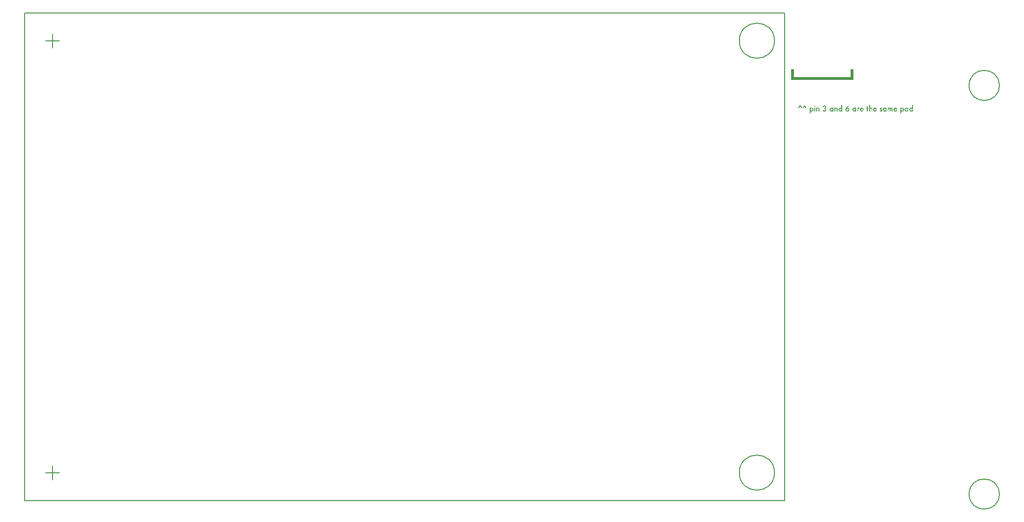
<source format=gbr>
%TF.GenerationSoftware,KiCad,Pcbnew,7.0.6-0*%
%TF.CreationDate,2023-07-30T00:23:16-06:00*%
%TF.ProjectId,ISA adapter,49534120-6164-4617-9074-65722e6b6963,rev?*%
%TF.SameCoordinates,Original*%
%TF.FileFunction,Other,Comment*%
%FSLAX46Y46*%
G04 Gerber Fmt 4.6, Leading zero omitted, Abs format (unit mm)*
G04 Created by KiCad (PCBNEW 7.0.6-0) date 2023-07-30 00:23:16*
%MOMM*%
%LPD*%
G01*
G04 APERTURE LIST*
%ADD10C,0.150000*%
G04 APERTURE END LIST*
D10*
G36*
X181942174Y-56687864D02*
G01*
X181774868Y-56687864D01*
X182042070Y-56179839D01*
X182249920Y-56179839D01*
X182517855Y-56687864D01*
X182349816Y-56687864D01*
X182146117Y-56306357D01*
X181942174Y-56687864D01*
G37*
G36*
X182733521Y-56687864D02*
G01*
X182566215Y-56687864D01*
X182833417Y-56179839D01*
X183041267Y-56179839D01*
X183309202Y-56687864D01*
X183141163Y-56687864D01*
X182937464Y-56306357D01*
X182733521Y-56687864D01*
G37*
G36*
X184236252Y-56563208D02*
G01*
X184252635Y-56564395D01*
X184268645Y-56566375D01*
X184284280Y-56569147D01*
X184299541Y-56572710D01*
X184314429Y-56577066D01*
X184328942Y-56582213D01*
X184343082Y-56588152D01*
X184356847Y-56594883D01*
X184370238Y-56602406D01*
X184383256Y-56610720D01*
X184395899Y-56619827D01*
X184408168Y-56629726D01*
X184420064Y-56640416D01*
X184431585Y-56651898D01*
X184442733Y-56664172D01*
X184453498Y-56676926D01*
X184463570Y-56690089D01*
X184472946Y-56703662D01*
X184481628Y-56717646D01*
X184489616Y-56732040D01*
X184496909Y-56746845D01*
X184503507Y-56762059D01*
X184509411Y-56777684D01*
X184514620Y-56793719D01*
X184519135Y-56810165D01*
X184522955Y-56827020D01*
X184526081Y-56844286D01*
X184528511Y-56861962D01*
X184530248Y-56880049D01*
X184531290Y-56898545D01*
X184531637Y-56917452D01*
X184531293Y-56935973D01*
X184530259Y-56954104D01*
X184528537Y-56971846D01*
X184526126Y-56989199D01*
X184523027Y-57006162D01*
X184519238Y-57022736D01*
X184514760Y-57038921D01*
X184509594Y-57054717D01*
X184503739Y-57070123D01*
X184497195Y-57085140D01*
X184489962Y-57099768D01*
X184482040Y-57114007D01*
X184473430Y-57127856D01*
X184464131Y-57141316D01*
X184454142Y-57154387D01*
X184443465Y-57167068D01*
X184432326Y-57179076D01*
X184420827Y-57190310D01*
X184408970Y-57200768D01*
X184396754Y-57210452D01*
X184384179Y-57219361D01*
X184371246Y-57227496D01*
X184357954Y-57234855D01*
X184344303Y-57241440D01*
X184330293Y-57247251D01*
X184315925Y-57252286D01*
X184301198Y-57256547D01*
X184286112Y-57260033D01*
X184270667Y-57262745D01*
X184254864Y-57264682D01*
X184238702Y-57265844D01*
X184222181Y-57266231D01*
X184207865Y-57265862D01*
X184193739Y-57264754D01*
X184179800Y-57262908D01*
X184166051Y-57260323D01*
X184152491Y-57257000D01*
X184139120Y-57252939D01*
X184125937Y-57248139D01*
X184112944Y-57242601D01*
X184100139Y-57236324D01*
X184087523Y-57229308D01*
X184075097Y-57221555D01*
X184062859Y-57213062D01*
X184050810Y-57203832D01*
X184038950Y-57193863D01*
X184027278Y-57183155D01*
X184015796Y-57171709D01*
X184015796Y-57610125D01*
X183858504Y-57610125D01*
X183858504Y-56914277D01*
X184007003Y-56914277D01*
X184007205Y-56925813D01*
X184007809Y-56937095D01*
X184008815Y-56948123D01*
X184010224Y-56958897D01*
X184012036Y-56969418D01*
X184014251Y-56979685D01*
X184016868Y-56989698D01*
X184019887Y-56999457D01*
X184023309Y-57008962D01*
X184027134Y-57018214D01*
X184031362Y-57027212D01*
X184035992Y-57035956D01*
X184041025Y-57044446D01*
X184046460Y-57052683D01*
X184052298Y-57060665D01*
X184058539Y-57068394D01*
X184068391Y-57078957D01*
X184078806Y-57088481D01*
X184089783Y-57096966D01*
X184101323Y-57104413D01*
X184113425Y-57110820D01*
X184126090Y-57116188D01*
X184139317Y-57120517D01*
X184153106Y-57123807D01*
X184167458Y-57126058D01*
X184177339Y-57126982D01*
X184187469Y-57127443D01*
X184192628Y-57127501D01*
X184207086Y-57126975D01*
X184221058Y-57125397D01*
X184234546Y-57122768D01*
X184247548Y-57119086D01*
X184260065Y-57114353D01*
X184272098Y-57108568D01*
X184283644Y-57101730D01*
X184294706Y-57093841D01*
X184305283Y-57084901D01*
X184315374Y-57074908D01*
X184321832Y-57067662D01*
X184328191Y-57060035D01*
X184334140Y-57052175D01*
X184339678Y-57044083D01*
X184344807Y-57035757D01*
X184349524Y-57027199D01*
X184353832Y-57018409D01*
X184357729Y-57009385D01*
X184361217Y-57000128D01*
X184364293Y-56990639D01*
X184366960Y-56980917D01*
X184369217Y-56970962D01*
X184371063Y-56960775D01*
X184372499Y-56950354D01*
X184373524Y-56939701D01*
X184374140Y-56928815D01*
X184374345Y-56917696D01*
X184374145Y-56905898D01*
X184373547Y-56894379D01*
X184372550Y-56883138D01*
X184371154Y-56872176D01*
X184369360Y-56861492D01*
X184367166Y-56851087D01*
X184364574Y-56840960D01*
X184361583Y-56831112D01*
X184358193Y-56821543D01*
X184354405Y-56812252D01*
X184350217Y-56803240D01*
X184345631Y-56794507D01*
X184340646Y-56786052D01*
X184335262Y-56777875D01*
X184329479Y-56769977D01*
X184323298Y-56762358D01*
X184316722Y-56754994D01*
X184306473Y-56744838D01*
X184295760Y-56735751D01*
X184284583Y-56727733D01*
X184272942Y-56720784D01*
X184260838Y-56714905D01*
X184248270Y-56710094D01*
X184235238Y-56706352D01*
X184221742Y-56703680D01*
X184207783Y-56702076D01*
X184193361Y-56701542D01*
X184183103Y-56701771D01*
X184173089Y-56702457D01*
X184163319Y-56703602D01*
X184149122Y-56706178D01*
X184135475Y-56709785D01*
X184122378Y-56714422D01*
X184109830Y-56720089D01*
X184097831Y-56726786D01*
X184086382Y-56734514D01*
X184075483Y-56743273D01*
X184065133Y-56753062D01*
X184058539Y-56760160D01*
X184049329Y-56771475D01*
X184041025Y-56783438D01*
X184033627Y-56796050D01*
X184029198Y-56804818D01*
X184025172Y-56813874D01*
X184021548Y-56823218D01*
X184018327Y-56832850D01*
X184015509Y-56842771D01*
X184013093Y-56852980D01*
X184011080Y-56863476D01*
X184009469Y-56874261D01*
X184008262Y-56885334D01*
X184007456Y-56896695D01*
X184007054Y-56908344D01*
X184007003Y-56914277D01*
X183858504Y-56914277D01*
X183858504Y-56578443D01*
X184015796Y-56578443D01*
X184015796Y-56652693D01*
X184027096Y-56641809D01*
X184038587Y-56631627D01*
X184050269Y-56622147D01*
X184062141Y-56613370D01*
X184074205Y-56605295D01*
X184086459Y-56597922D01*
X184098904Y-56591251D01*
X184111539Y-56585282D01*
X184124366Y-56580015D01*
X184137383Y-56575451D01*
X184150591Y-56571589D01*
X184163990Y-56568429D01*
X184177580Y-56565972D01*
X184191361Y-56564216D01*
X184205332Y-56563163D01*
X184219495Y-56562812D01*
X184236252Y-56563208D01*
G37*
G36*
X184855015Y-56578443D02*
G01*
X184855015Y-57250600D01*
X184697722Y-57250600D01*
X184697722Y-56578443D01*
X184855015Y-56578443D01*
G37*
G36*
X184682091Y-56303914D02*
G01*
X184682556Y-56293832D01*
X184683953Y-56284100D01*
X184687008Y-56272429D01*
X184691519Y-56261307D01*
X184697484Y-56250734D01*
X184703304Y-56242670D01*
X184710055Y-56234957D01*
X184711888Y-56233084D01*
X184719578Y-56226100D01*
X184727627Y-56220047D01*
X184736034Y-56214926D01*
X184747048Y-56209834D01*
X184758622Y-56206196D01*
X184768285Y-56204334D01*
X184778306Y-56203403D01*
X184783451Y-56203286D01*
X184793820Y-56203752D01*
X184803800Y-56205149D01*
X184813390Y-56207476D01*
X184824831Y-56211696D01*
X184833545Y-56216119D01*
X184841871Y-56221473D01*
X184849807Y-56227759D01*
X184855503Y-56233084D01*
X184862487Y-56240560D01*
X184868540Y-56248456D01*
X184874796Y-56258916D01*
X184879597Y-56270032D01*
X184882391Y-56279397D01*
X184884253Y-56289182D01*
X184885184Y-56299387D01*
X184885301Y-56304647D01*
X184884835Y-56315069D01*
X184883438Y-56325087D01*
X184881110Y-56334700D01*
X184876891Y-56346148D01*
X184871217Y-56356964D01*
X184865630Y-56365161D01*
X184859111Y-56372954D01*
X184855503Y-56376699D01*
X184848031Y-56383682D01*
X184840146Y-56389735D01*
X184829711Y-56395991D01*
X184818632Y-56400793D01*
X184806909Y-56404139D01*
X184797067Y-56405769D01*
X184786812Y-56406467D01*
X184784184Y-56406496D01*
X184773811Y-56406034D01*
X184763820Y-56404649D01*
X184754211Y-56402340D01*
X184744983Y-56399108D01*
X184736137Y-56394952D01*
X184727672Y-56389872D01*
X184719590Y-56383869D01*
X184711888Y-56376943D01*
X184704904Y-56369284D01*
X184698852Y-56361204D01*
X184693730Y-56352706D01*
X184689540Y-56343787D01*
X184686281Y-56334448D01*
X184683953Y-56324690D01*
X184682556Y-56314512D01*
X184682091Y-56303914D01*
G37*
G36*
X185045524Y-56578443D02*
G01*
X185202816Y-56578443D01*
X185202816Y-56641702D01*
X185213032Y-56632149D01*
X185223405Y-56623212D01*
X185233937Y-56614892D01*
X185244628Y-56607188D01*
X185255476Y-56600100D01*
X185266484Y-56593628D01*
X185277649Y-56587773D01*
X185288973Y-56582534D01*
X185300455Y-56577912D01*
X185312096Y-56573906D01*
X185323895Y-56570516D01*
X185335852Y-56567742D01*
X185347968Y-56565585D01*
X185360242Y-56564044D01*
X185372675Y-56563120D01*
X185385266Y-56562812D01*
X185399688Y-56563099D01*
X185413705Y-56563960D01*
X185427318Y-56565396D01*
X185440526Y-56567406D01*
X185453329Y-56569991D01*
X185465729Y-56573150D01*
X185477723Y-56576883D01*
X185489313Y-56581191D01*
X185500499Y-56586073D01*
X185511280Y-56591529D01*
X185521656Y-56597560D01*
X185531628Y-56604165D01*
X185541196Y-56611344D01*
X185550359Y-56619098D01*
X185559117Y-56627426D01*
X185567471Y-56636329D01*
X185574303Y-56644454D01*
X185580694Y-56653197D01*
X185586645Y-56662558D01*
X185592155Y-56672538D01*
X185597224Y-56683136D01*
X185601852Y-56694352D01*
X185606039Y-56706186D01*
X185609786Y-56718639D01*
X185613092Y-56731709D01*
X185615957Y-56745398D01*
X185618381Y-56759706D01*
X185620365Y-56774631D01*
X185621908Y-56790175D01*
X185623009Y-56806337D01*
X185623671Y-56823117D01*
X185623891Y-56840516D01*
X185623891Y-57250600D01*
X185466599Y-57250600D01*
X185466599Y-56876664D01*
X185466492Y-56864537D01*
X185466171Y-56852888D01*
X185465637Y-56841716D01*
X185464889Y-56831021D01*
X185463927Y-56820803D01*
X185462752Y-56811062D01*
X185460588Y-56797344D01*
X185457943Y-56784701D01*
X185454818Y-56773130D01*
X185451211Y-56762633D01*
X185447124Y-56753209D01*
X185440926Y-56742313D01*
X185439243Y-56739888D01*
X185431962Y-56730900D01*
X185423307Y-56723111D01*
X185413277Y-56716521D01*
X185401874Y-56711128D01*
X185392420Y-56707870D01*
X185382194Y-56705286D01*
X185371194Y-56703377D01*
X185359422Y-56702141D01*
X185346877Y-56701579D01*
X185342523Y-56701542D01*
X185328582Y-56701988D01*
X185315427Y-56703328D01*
X185303057Y-56705560D01*
X185291473Y-56708686D01*
X185280674Y-56712704D01*
X185270662Y-56717616D01*
X185261434Y-56723420D01*
X185252993Y-56730118D01*
X185245337Y-56737709D01*
X185238467Y-56746192D01*
X185234324Y-56752344D01*
X185228693Y-56762391D01*
X185223616Y-56773756D01*
X185219093Y-56786440D01*
X185215124Y-56800441D01*
X185212786Y-56810507D01*
X185210693Y-56821160D01*
X185208847Y-56832398D01*
X185207247Y-56844221D01*
X185205893Y-56856631D01*
X185204786Y-56869626D01*
X185203924Y-56883208D01*
X185203309Y-56897375D01*
X185202939Y-56912128D01*
X185202816Y-56927466D01*
X185202816Y-57250600D01*
X185045524Y-57250600D01*
X185045524Y-56578443D01*
G37*
G36*
X186517820Y-56764068D02*
G01*
X186517820Y-56625338D01*
X186530050Y-56625247D01*
X186541767Y-56624975D01*
X186552971Y-56624522D01*
X186563661Y-56623888D01*
X186573838Y-56623072D01*
X186588142Y-56621508D01*
X186601290Y-56619537D01*
X186613283Y-56617158D01*
X186624122Y-56614371D01*
X186633805Y-56611176D01*
X186644920Y-56606281D01*
X186651909Y-56602135D01*
X186662865Y-56594049D01*
X186672743Y-56585087D01*
X186681544Y-56575250D01*
X186689267Y-56564537D01*
X186695912Y-56552947D01*
X186701480Y-56540483D01*
X186705970Y-56527142D01*
X186709383Y-56512925D01*
X186711059Y-56502961D01*
X186712256Y-56492607D01*
X186712975Y-56481864D01*
X186713214Y-56470732D01*
X186712821Y-56457908D01*
X186711643Y-56445539D01*
X186709679Y-56433625D01*
X186706929Y-56422166D01*
X186703393Y-56411162D01*
X186699072Y-56400613D01*
X186693965Y-56390520D01*
X186688072Y-56380881D01*
X186681394Y-56371698D01*
X186673930Y-56362969D01*
X186668518Y-56357403D01*
X186659999Y-56349416D01*
X186651021Y-56342214D01*
X186641583Y-56335797D01*
X186631687Y-56330167D01*
X186621330Y-56325321D01*
X186610515Y-56321262D01*
X186599240Y-56317988D01*
X186587505Y-56315500D01*
X186575312Y-56313798D01*
X186562658Y-56312882D01*
X186553968Y-56312707D01*
X186541952Y-56313001D01*
X186530452Y-56313883D01*
X186519467Y-56315354D01*
X186508997Y-56317412D01*
X186499042Y-56320059D01*
X186489602Y-56323294D01*
X186477817Y-56328523D01*
X186466949Y-56334797D01*
X186456996Y-56342116D01*
X186452363Y-56346168D01*
X186444028Y-56355324D01*
X186438138Y-56363147D01*
X186432556Y-56371790D01*
X186427284Y-56381253D01*
X186422321Y-56391536D01*
X186417667Y-56402640D01*
X186413322Y-56414563D01*
X186409286Y-56427306D01*
X186405560Y-56440870D01*
X186403247Y-56450367D01*
X186401072Y-56460230D01*
X186242314Y-56460230D01*
X186245600Y-56442008D01*
X186249290Y-56424406D01*
X186253385Y-56407425D01*
X186257884Y-56391063D01*
X186262788Y-56375322D01*
X186268097Y-56360201D01*
X186273810Y-56345700D01*
X186279927Y-56331819D01*
X186286449Y-56318558D01*
X186293376Y-56305918D01*
X186300707Y-56293897D01*
X186308443Y-56282497D01*
X186316583Y-56271717D01*
X186325128Y-56261557D01*
X186334077Y-56252017D01*
X186343430Y-56243098D01*
X186353225Y-56234728D01*
X186363497Y-56226898D01*
X186374245Y-56219608D01*
X186385471Y-56212857D01*
X186397173Y-56206647D01*
X186409353Y-56200977D01*
X186422010Y-56195847D01*
X186435144Y-56191257D01*
X186448754Y-56187207D01*
X186462842Y-56183697D01*
X186477407Y-56180727D01*
X186492449Y-56178297D01*
X186507968Y-56176407D01*
X186523964Y-56175057D01*
X186540437Y-56174247D01*
X186557387Y-56173977D01*
X186574498Y-56174301D01*
X186591207Y-56175275D01*
X186607516Y-56176896D01*
X186623424Y-56179167D01*
X186638932Y-56182087D01*
X186654039Y-56185655D01*
X186668745Y-56189872D01*
X186683050Y-56194738D01*
X186696955Y-56200252D01*
X186710459Y-56206416D01*
X186723562Y-56213228D01*
X186736265Y-56220688D01*
X186748566Y-56228798D01*
X186760468Y-56237556D01*
X186771968Y-56246964D01*
X186783068Y-56257020D01*
X186793656Y-56267435D01*
X186803561Y-56278227D01*
X186812783Y-56289394D01*
X186821322Y-56300938D01*
X186829178Y-56312857D01*
X186836351Y-56325152D01*
X186842840Y-56337823D01*
X186848647Y-56350870D01*
X186853770Y-56364293D01*
X186858210Y-56378092D01*
X186861968Y-56392266D01*
X186865042Y-56406817D01*
X186867433Y-56421743D01*
X186869140Y-56437046D01*
X186870165Y-56452724D01*
X186870507Y-56468778D01*
X186870050Y-56486783D01*
X186868679Y-56504285D01*
X186866394Y-56521283D01*
X186863195Y-56537777D01*
X186859082Y-56553767D01*
X186854055Y-56569254D01*
X186848113Y-56584236D01*
X186841258Y-56598715D01*
X186833489Y-56612691D01*
X186824806Y-56626162D01*
X186815209Y-56639130D01*
X186804698Y-56651594D01*
X186793273Y-56663554D01*
X186780934Y-56675011D01*
X186767681Y-56685963D01*
X186753514Y-56696412D01*
X186769456Y-56706374D01*
X186784369Y-56717085D01*
X186798254Y-56728547D01*
X186811110Y-56740758D01*
X186822937Y-56753719D01*
X186833737Y-56767430D01*
X186843507Y-56781891D01*
X186852249Y-56797102D01*
X186859963Y-56813062D01*
X186866648Y-56829773D01*
X186872305Y-56847233D01*
X186876933Y-56865444D01*
X186880533Y-56884404D01*
X186881947Y-56894165D01*
X186883104Y-56904114D01*
X186884004Y-56914251D01*
X186884647Y-56924574D01*
X186885033Y-56935086D01*
X186885161Y-56945784D01*
X186884788Y-56963230D01*
X186883669Y-56980272D01*
X186881804Y-56996912D01*
X186879192Y-57013150D01*
X186875835Y-57028984D01*
X186871732Y-57044417D01*
X186866882Y-57059446D01*
X186861286Y-57074073D01*
X186854945Y-57088297D01*
X186847857Y-57102119D01*
X186840023Y-57115538D01*
X186831443Y-57128554D01*
X186822117Y-57141168D01*
X186812045Y-57153379D01*
X186801226Y-57165188D01*
X186789662Y-57176594D01*
X186777545Y-57187448D01*
X186765009Y-57197603D01*
X186752053Y-57207057D01*
X186738676Y-57215810D01*
X186724881Y-57223863D01*
X186710665Y-57231217D01*
X186696029Y-57237869D01*
X186680974Y-57243822D01*
X186665499Y-57249074D01*
X186649604Y-57253626D01*
X186633289Y-57257477D01*
X186616555Y-57260629D01*
X186599401Y-57263080D01*
X186581827Y-57264830D01*
X186563833Y-57265881D01*
X186545419Y-57266231D01*
X186533639Y-57266097D01*
X186522049Y-57265694D01*
X186510651Y-57265022D01*
X186499444Y-57264082D01*
X186488429Y-57262874D01*
X186477605Y-57261397D01*
X186466972Y-57259651D01*
X186456530Y-57257637D01*
X186446280Y-57255354D01*
X186436221Y-57252802D01*
X186426353Y-57249982D01*
X186416677Y-57246894D01*
X186407191Y-57243537D01*
X186397898Y-57239911D01*
X186388795Y-57236017D01*
X186379884Y-57231854D01*
X186371164Y-57227422D01*
X186354298Y-57217754D01*
X186338197Y-57207011D01*
X186322861Y-57195194D01*
X186308290Y-57182302D01*
X186301292Y-57175454D01*
X186294485Y-57168337D01*
X186287869Y-57160951D01*
X186281445Y-57153297D01*
X186275211Y-57145374D01*
X186269169Y-57137182D01*
X186263319Y-57128722D01*
X186256419Y-57117524D01*
X186250010Y-57105544D01*
X186244089Y-57092783D01*
X186238658Y-57079240D01*
X186235309Y-57069778D01*
X186232178Y-57059968D01*
X186229264Y-57049811D01*
X186226568Y-57039307D01*
X186224089Y-57028455D01*
X186221828Y-57017256D01*
X186219784Y-57005710D01*
X186217958Y-56993816D01*
X186216350Y-56981576D01*
X186214959Y-56968987D01*
X186368832Y-56968987D01*
X186371470Y-56983095D01*
X186374714Y-56996568D01*
X186378563Y-57009405D01*
X186383017Y-57021607D01*
X186388077Y-57033173D01*
X186393742Y-57044104D01*
X186400012Y-57054399D01*
X186406888Y-57064059D01*
X186414369Y-57073084D01*
X186422455Y-57081473D01*
X186428183Y-57086713D01*
X186437272Y-57094002D01*
X186446864Y-57100574D01*
X186456959Y-57106430D01*
X186467555Y-57111568D01*
X186478654Y-57115989D01*
X186490256Y-57119694D01*
X186502359Y-57122681D01*
X186514965Y-57124952D01*
X186528074Y-57126505D01*
X186541684Y-57127342D01*
X186551037Y-57127501D01*
X186565141Y-57127048D01*
X186578786Y-57125689D01*
X186591972Y-57123425D01*
X186604698Y-57120254D01*
X186616965Y-57116177D01*
X186628772Y-57111195D01*
X186640120Y-57105307D01*
X186651009Y-57098513D01*
X186661438Y-57090812D01*
X186671408Y-57082206D01*
X186677799Y-57075966D01*
X186686747Y-57065829D01*
X186694815Y-57055203D01*
X186702003Y-57044088D01*
X186708310Y-57032483D01*
X186713738Y-57020389D01*
X186718285Y-57007805D01*
X186721952Y-56994732D01*
X186724739Y-56981169D01*
X186726646Y-56967117D01*
X186727673Y-56952576D01*
X186727869Y-56942609D01*
X186727577Y-56929449D01*
X186726701Y-56916773D01*
X186725241Y-56904582D01*
X186723198Y-56892875D01*
X186720570Y-56881654D01*
X186717359Y-56870916D01*
X186713563Y-56860664D01*
X186709184Y-56850896D01*
X186704221Y-56841613D01*
X186698674Y-56832814D01*
X186692543Y-56824501D01*
X186685828Y-56816672D01*
X186678530Y-56809327D01*
X186670647Y-56802467D01*
X186662181Y-56796092D01*
X186653130Y-56790202D01*
X186644512Y-56785531D01*
X186635053Y-56781320D01*
X186624751Y-56777569D01*
X186613609Y-56774276D01*
X186601625Y-56771443D01*
X186588799Y-56769070D01*
X186575132Y-56767156D01*
X186560623Y-56765701D01*
X186550484Y-56764987D01*
X186539970Y-56764476D01*
X186529082Y-56764170D01*
X186517820Y-56764068D01*
G37*
G36*
X187836271Y-56563182D02*
G01*
X187850523Y-56564292D01*
X187864588Y-56566143D01*
X187878466Y-56568735D01*
X187892157Y-56572066D01*
X187905661Y-56576138D01*
X187918978Y-56580950D01*
X187932108Y-56586503D01*
X187945051Y-56592796D01*
X187957807Y-56599830D01*
X187970376Y-56607603D01*
X187982758Y-56616118D01*
X187994953Y-56625372D01*
X188006961Y-56635367D01*
X188018782Y-56646102D01*
X188030416Y-56657578D01*
X188030416Y-56578443D01*
X188180625Y-56578443D01*
X188180625Y-57250600D01*
X188030416Y-57250600D01*
X188030416Y-57178059D01*
X188018483Y-57188736D01*
X188006438Y-57198725D01*
X187994280Y-57208024D01*
X187982010Y-57216634D01*
X187969627Y-57224556D01*
X187957132Y-57231789D01*
X187944523Y-57238333D01*
X187931803Y-57244188D01*
X187918970Y-57249354D01*
X187906024Y-57253832D01*
X187892965Y-57257621D01*
X187879794Y-57260720D01*
X187866511Y-57263131D01*
X187853115Y-57264853D01*
X187839606Y-57265887D01*
X187825985Y-57266231D01*
X187808951Y-57265841D01*
X187792287Y-57264670D01*
X187775993Y-57262719D01*
X187760070Y-57259988D01*
X187744516Y-57256476D01*
X187729333Y-57252183D01*
X187714520Y-57247110D01*
X187700077Y-57241257D01*
X187686005Y-57234624D01*
X187672302Y-57227209D01*
X187658970Y-57219015D01*
X187646008Y-57210040D01*
X187633416Y-57200285D01*
X187621195Y-57189749D01*
X187609343Y-57178432D01*
X187597862Y-57166336D01*
X187587037Y-57153408D01*
X187576910Y-57140087D01*
X187567482Y-57126373D01*
X187558752Y-57112266D01*
X187550721Y-57097766D01*
X187543388Y-57082873D01*
X187536753Y-57067587D01*
X187530817Y-57051908D01*
X187525579Y-57035836D01*
X187521040Y-57019370D01*
X187517199Y-57002512D01*
X187514056Y-56985260D01*
X187511612Y-56967616D01*
X187509866Y-56949578D01*
X187508818Y-56931147D01*
X187508469Y-56912323D01*
X187508483Y-56911590D01*
X187665761Y-56911590D01*
X187665962Y-56923389D01*
X187666563Y-56934908D01*
X187667564Y-56946149D01*
X187668967Y-56957111D01*
X187670770Y-56967795D01*
X187672974Y-56978200D01*
X187675579Y-56988327D01*
X187678584Y-56998175D01*
X187681990Y-57007744D01*
X187685797Y-57017035D01*
X187690004Y-57026047D01*
X187694612Y-57034780D01*
X187699621Y-57043235D01*
X187705031Y-57051412D01*
X187710841Y-57059310D01*
X187717052Y-57066929D01*
X187723723Y-57074264D01*
X187734130Y-57084379D01*
X187745018Y-57093429D01*
X187756387Y-57101415D01*
X187768236Y-57108336D01*
X187780567Y-57114192D01*
X187793378Y-57118983D01*
X187806670Y-57122710D01*
X187820443Y-57125372D01*
X187834697Y-57126969D01*
X187844467Y-57127442D01*
X187849432Y-57127501D01*
X187859989Y-57127272D01*
X187870288Y-57126585D01*
X187880330Y-57125440D01*
X187890114Y-57123837D01*
X187904307Y-57120575D01*
X187917920Y-57116281D01*
X187930954Y-57110957D01*
X187943408Y-57104603D01*
X187955283Y-57097219D01*
X187966578Y-57088804D01*
X187977293Y-57079359D01*
X187987429Y-57068883D01*
X187993788Y-57061183D01*
X187999737Y-57053228D01*
X188005275Y-57045018D01*
X188010403Y-57036551D01*
X188015121Y-57027829D01*
X188019429Y-57018851D01*
X188023326Y-57009618D01*
X188026813Y-57000128D01*
X188029890Y-56990384D01*
X188032557Y-56980383D01*
X188034813Y-56970127D01*
X188036659Y-56959615D01*
X188038095Y-56948847D01*
X188039121Y-56937824D01*
X188039736Y-56926545D01*
X188039941Y-56915010D01*
X188039736Y-56903446D01*
X188039121Y-56892139D01*
X188038095Y-56881090D01*
X188036659Y-56870298D01*
X188034813Y-56859764D01*
X188032557Y-56849488D01*
X188029890Y-56839469D01*
X188026813Y-56829708D01*
X188023326Y-56820204D01*
X188019429Y-56810959D01*
X188015121Y-56801970D01*
X188010403Y-56793240D01*
X188005275Y-56784766D01*
X187999737Y-56776551D01*
X187993788Y-56768593D01*
X187987429Y-56760893D01*
X187980742Y-56753706D01*
X187970250Y-56743794D01*
X187959204Y-56734927D01*
X187947604Y-56727102D01*
X187935450Y-56720321D01*
X187922743Y-56714583D01*
X187909481Y-56709888D01*
X187895666Y-56706236D01*
X187881297Y-56703628D01*
X187871410Y-56702469D01*
X187861277Y-56701773D01*
X187850897Y-56701542D01*
X187841078Y-56701776D01*
X187826735Y-56703008D01*
X187812857Y-56705297D01*
X187799441Y-56708641D01*
X187786490Y-56713042D01*
X187774002Y-56718499D01*
X187761978Y-56725012D01*
X187750417Y-56732581D01*
X187739320Y-56741206D01*
X187728687Y-56750888D01*
X187721856Y-56757929D01*
X187718518Y-56761625D01*
X187712129Y-56769309D01*
X187706153Y-56777219D01*
X187700589Y-56785353D01*
X187695437Y-56793713D01*
X187690697Y-56802297D01*
X187686369Y-56811107D01*
X187682454Y-56820142D01*
X187678950Y-56829403D01*
X187675859Y-56838888D01*
X187673180Y-56848599D01*
X187670913Y-56858534D01*
X187669059Y-56868695D01*
X187667616Y-56879081D01*
X187666586Y-56889693D01*
X187665967Y-56900529D01*
X187665761Y-56911590D01*
X187508483Y-56911590D01*
X187508818Y-56893803D01*
X187509866Y-56875671D01*
X187511612Y-56857930D01*
X187514056Y-56840577D01*
X187517199Y-56823613D01*
X187521040Y-56807039D01*
X187525579Y-56790854D01*
X187530817Y-56775059D01*
X187536753Y-56759652D01*
X187543388Y-56744635D01*
X187550721Y-56730007D01*
X187558752Y-56715769D01*
X187567482Y-56701919D01*
X187576910Y-56688459D01*
X187587037Y-56675389D01*
X187597862Y-56662707D01*
X187609241Y-56650610D01*
X187620969Y-56639294D01*
X187633047Y-56628758D01*
X187645474Y-56619003D01*
X187658250Y-56610028D01*
X187671375Y-56601833D01*
X187684849Y-56594419D01*
X187698673Y-56587785D01*
X187712846Y-56581932D01*
X187727368Y-56576859D01*
X187742239Y-56572567D01*
X187757459Y-56569055D01*
X187773029Y-56566324D01*
X187788947Y-56564373D01*
X187805215Y-56563202D01*
X187821832Y-56562812D01*
X187836271Y-56563182D01*
G37*
G36*
X188378950Y-56578443D02*
G01*
X188536243Y-56578443D01*
X188536243Y-56641702D01*
X188546458Y-56632149D01*
X188556832Y-56623212D01*
X188567364Y-56614892D01*
X188578054Y-56607188D01*
X188588903Y-56600100D01*
X188599910Y-56593628D01*
X188611076Y-56587773D01*
X188622399Y-56582534D01*
X188633882Y-56577912D01*
X188645522Y-56573906D01*
X188657321Y-56570516D01*
X188669279Y-56567742D01*
X188681395Y-56565585D01*
X188693669Y-56564044D01*
X188706101Y-56563120D01*
X188718692Y-56562812D01*
X188733114Y-56563099D01*
X188747131Y-56563960D01*
X188760744Y-56565396D01*
X188773952Y-56567406D01*
X188786756Y-56569991D01*
X188799155Y-56573150D01*
X188811150Y-56576883D01*
X188822740Y-56581191D01*
X188833925Y-56586073D01*
X188844706Y-56591529D01*
X188855083Y-56597560D01*
X188865055Y-56604165D01*
X188874622Y-56611344D01*
X188883785Y-56619098D01*
X188892543Y-56627426D01*
X188900897Y-56636329D01*
X188907729Y-56644454D01*
X188914121Y-56653197D01*
X188920071Y-56662558D01*
X188925581Y-56672538D01*
X188930650Y-56683136D01*
X188935278Y-56694352D01*
X188939466Y-56706186D01*
X188943212Y-56718639D01*
X188946518Y-56731709D01*
X188949383Y-56745398D01*
X188951808Y-56759706D01*
X188953791Y-56774631D01*
X188955334Y-56790175D01*
X188956436Y-56806337D01*
X188957097Y-56823117D01*
X188957317Y-56840516D01*
X188957317Y-57250600D01*
X188800025Y-57250600D01*
X188800025Y-56876664D01*
X188799918Y-56864537D01*
X188799598Y-56852888D01*
X188799063Y-56841716D01*
X188798315Y-56831021D01*
X188797354Y-56820803D01*
X188796178Y-56811062D01*
X188794014Y-56797344D01*
X188791370Y-56784701D01*
X188788244Y-56773130D01*
X188784638Y-56762633D01*
X188780550Y-56753209D01*
X188774353Y-56742313D01*
X188772670Y-56739888D01*
X188765388Y-56730900D01*
X188756733Y-56723111D01*
X188746704Y-56716521D01*
X188735301Y-56711128D01*
X188725847Y-56707870D01*
X188715620Y-56705286D01*
X188704621Y-56703377D01*
X188692848Y-56702141D01*
X188680303Y-56701579D01*
X188675950Y-56701542D01*
X188662009Y-56701988D01*
X188648853Y-56703328D01*
X188636483Y-56705560D01*
X188624899Y-56708686D01*
X188614101Y-56712704D01*
X188604088Y-56717616D01*
X188594861Y-56723420D01*
X188586419Y-56730118D01*
X188578764Y-56737709D01*
X188571894Y-56746192D01*
X188567750Y-56752344D01*
X188562119Y-56762391D01*
X188557043Y-56773756D01*
X188552520Y-56786440D01*
X188548550Y-56800441D01*
X188546212Y-56810507D01*
X188544120Y-56821160D01*
X188542273Y-56832398D01*
X188540673Y-56844221D01*
X188539320Y-56856631D01*
X188538212Y-56869626D01*
X188537350Y-56883208D01*
X188536735Y-56897375D01*
X188536366Y-56912128D01*
X188536243Y-56927466D01*
X188536243Y-57250600D01*
X188378950Y-57250600D01*
X188378950Y-56578443D01*
G37*
G36*
X189787743Y-57250600D02*
G01*
X189630451Y-57250600D01*
X189630451Y-57178059D01*
X189619153Y-57188736D01*
X189607667Y-57198725D01*
X189595995Y-57208024D01*
X189584136Y-57216634D01*
X189572090Y-57224556D01*
X189559857Y-57231789D01*
X189547437Y-57238333D01*
X189534830Y-57244188D01*
X189522036Y-57249354D01*
X189509054Y-57253832D01*
X189495886Y-57257621D01*
X189482531Y-57260720D01*
X189468989Y-57263131D01*
X189455260Y-57264853D01*
X189441344Y-57265887D01*
X189427241Y-57266231D01*
X189410537Y-57265841D01*
X189394192Y-57264670D01*
X189378205Y-57262719D01*
X189362577Y-57259988D01*
X189347308Y-57256476D01*
X189332398Y-57252183D01*
X189317847Y-57247110D01*
X189303654Y-57241257D01*
X189289820Y-57234624D01*
X189276344Y-57227209D01*
X189263228Y-57219015D01*
X189250470Y-57210040D01*
X189238071Y-57200285D01*
X189226030Y-57189749D01*
X189214349Y-57178432D01*
X189203026Y-57166336D01*
X189192319Y-57153408D01*
X189182303Y-57140087D01*
X189172978Y-57126373D01*
X189164344Y-57112266D01*
X189156400Y-57097766D01*
X189149147Y-57082873D01*
X189142585Y-57067587D01*
X189136714Y-57051908D01*
X189131533Y-57035836D01*
X189127043Y-57019370D01*
X189123244Y-57002512D01*
X189120136Y-56985260D01*
X189117718Y-56967616D01*
X189115991Y-56949578D01*
X189114955Y-56931147D01*
X189114610Y-56912323D01*
X189114624Y-56911590D01*
X189271902Y-56911590D01*
X189272099Y-56923389D01*
X189272688Y-56934908D01*
X189273671Y-56946149D01*
X189275047Y-56957111D01*
X189276816Y-56967795D01*
X189278978Y-56978200D01*
X189281533Y-56988327D01*
X189284481Y-56998175D01*
X189287822Y-57007744D01*
X189291556Y-57017035D01*
X189295683Y-57026047D01*
X189300204Y-57034780D01*
X189305117Y-57043235D01*
X189313225Y-57055396D01*
X189322216Y-57066929D01*
X189328794Y-57074264D01*
X189339053Y-57084379D01*
X189349785Y-57093429D01*
X189360989Y-57101415D01*
X189372666Y-57108336D01*
X189384814Y-57114192D01*
X189397435Y-57118983D01*
X189410529Y-57122710D01*
X189424094Y-57125372D01*
X189438132Y-57126969D01*
X189452642Y-57127501D01*
X189463018Y-57127272D01*
X189473143Y-57126585D01*
X189483016Y-57125440D01*
X189497353Y-57122864D01*
X189511123Y-57119258D01*
X189524326Y-57114621D01*
X189536963Y-57108954D01*
X189549033Y-57102256D01*
X189560536Y-57094528D01*
X189571473Y-57085770D01*
X189581843Y-57075981D01*
X189588441Y-57068883D01*
X189594682Y-57061183D01*
X189600520Y-57053228D01*
X189605955Y-57045018D01*
X189610988Y-57036551D01*
X189615618Y-57027829D01*
X189619845Y-57018851D01*
X189623670Y-57009618D01*
X189627092Y-57000128D01*
X189630112Y-56990384D01*
X189632729Y-56980383D01*
X189634943Y-56970127D01*
X189636755Y-56959615D01*
X189638164Y-56948847D01*
X189639171Y-56937824D01*
X189639775Y-56926545D01*
X189639976Y-56915010D01*
X189639775Y-56903446D01*
X189639171Y-56892139D01*
X189638164Y-56881090D01*
X189636755Y-56870298D01*
X189634943Y-56859764D01*
X189632729Y-56849488D01*
X189630112Y-56839469D01*
X189627092Y-56829708D01*
X189623670Y-56820204D01*
X189619845Y-56810959D01*
X189615618Y-56801970D01*
X189610988Y-56793240D01*
X189605955Y-56784766D01*
X189600520Y-56776551D01*
X189594682Y-56768593D01*
X189588441Y-56760893D01*
X189578462Y-56750286D01*
X189567942Y-56740723D01*
X189556881Y-56732202D01*
X189545279Y-56724726D01*
X189533136Y-56718292D01*
X189520452Y-56712902D01*
X189507227Y-56708555D01*
X189493461Y-56705251D01*
X189479154Y-56702991D01*
X189469316Y-56702063D01*
X189459237Y-56701600D01*
X189454107Y-56701542D01*
X189439680Y-56702070D01*
X189425708Y-56703654D01*
X189412192Y-56706294D01*
X189399130Y-56709991D01*
X189386523Y-56714744D01*
X189374372Y-56720552D01*
X189362675Y-56727417D01*
X189351434Y-56735339D01*
X189340648Y-56744316D01*
X189330316Y-56754350D01*
X189323682Y-56761625D01*
X189317412Y-56769309D01*
X189311546Y-56777219D01*
X189306085Y-56785353D01*
X189301028Y-56793713D01*
X189294202Y-56806674D01*
X189290157Y-56815597D01*
X189286516Y-56824744D01*
X189283280Y-56834117D01*
X189280448Y-56843715D01*
X189278021Y-56853538D01*
X189275998Y-56863587D01*
X189274380Y-56873860D01*
X189273166Y-56884359D01*
X189272357Y-56895083D01*
X189271953Y-56906032D01*
X189271902Y-56911590D01*
X189114624Y-56911590D01*
X189114955Y-56893891D01*
X189115991Y-56875843D01*
X189117718Y-56858179D01*
X189120136Y-56840897D01*
X189123244Y-56824000D01*
X189127043Y-56807486D01*
X189131533Y-56791355D01*
X189136714Y-56775608D01*
X189142585Y-56760245D01*
X189149147Y-56745265D01*
X189156400Y-56730668D01*
X189164344Y-56716456D01*
X189172978Y-56702626D01*
X189182303Y-56689181D01*
X189192319Y-56676118D01*
X189203026Y-56663440D01*
X189214164Y-56651254D01*
X189225656Y-56639855D01*
X189237504Y-56629242D01*
X189249707Y-56619415D01*
X189262264Y-56610374D01*
X189275177Y-56602119D01*
X189288444Y-56594651D01*
X189302066Y-56587969D01*
X189316043Y-56582072D01*
X189330375Y-56576962D01*
X189345062Y-56572639D01*
X189360104Y-56569101D01*
X189375501Y-56566349D01*
X189391253Y-56564384D01*
X189407360Y-56563205D01*
X189423821Y-56562812D01*
X189438167Y-56563186D01*
X189452321Y-56564308D01*
X189466285Y-56566178D01*
X189480058Y-56568796D01*
X189493640Y-56572162D01*
X189507032Y-56576276D01*
X189520232Y-56581137D01*
X189533242Y-56586747D01*
X189546061Y-56593105D01*
X189558689Y-56600211D01*
X189571126Y-56608065D01*
X189583373Y-56616667D01*
X189595429Y-56626017D01*
X189607293Y-56636115D01*
X189618967Y-56646961D01*
X189630451Y-56658555D01*
X189630451Y-56093865D01*
X189787743Y-56093865D01*
X189787743Y-57250600D01*
G37*
G36*
X190983800Y-56240900D02*
G01*
X190736138Y-56585770D01*
X190745893Y-56584519D01*
X190755954Y-56583329D01*
X190766000Y-56582280D01*
X190770576Y-56581863D01*
X190780491Y-56580970D01*
X190790373Y-56580433D01*
X190793047Y-56580397D01*
X190808849Y-56580783D01*
X190824382Y-56581939D01*
X190839646Y-56583866D01*
X190854642Y-56586564D01*
X190869368Y-56590033D01*
X190883825Y-56594273D01*
X190898013Y-56599284D01*
X190911932Y-56605066D01*
X190925582Y-56611618D01*
X190938963Y-56618942D01*
X190952075Y-56627036D01*
X190964917Y-56635901D01*
X190977491Y-56645537D01*
X190989796Y-56655944D01*
X191001831Y-56667122D01*
X191013598Y-56679071D01*
X191024748Y-56691379D01*
X191035179Y-56703999D01*
X191044891Y-56716933D01*
X191053883Y-56730179D01*
X191062156Y-56743738D01*
X191069709Y-56757611D01*
X191076543Y-56771796D01*
X191082658Y-56786294D01*
X191088053Y-56801105D01*
X191092729Y-56816229D01*
X191096685Y-56831666D01*
X191099923Y-56847416D01*
X191102440Y-56863478D01*
X191104239Y-56879854D01*
X191105318Y-56896543D01*
X191105678Y-56913544D01*
X191105275Y-56931520D01*
X191104067Y-56949177D01*
X191102054Y-56966515D01*
X191099236Y-56983535D01*
X191095612Y-57000236D01*
X191091183Y-57016619D01*
X191085949Y-57032682D01*
X191079910Y-57048427D01*
X191073065Y-57063854D01*
X191065416Y-57078962D01*
X191056961Y-57093751D01*
X191047700Y-57108221D01*
X191037635Y-57122373D01*
X191026764Y-57136206D01*
X191015088Y-57149721D01*
X191002607Y-57162916D01*
X190989623Y-57175427D01*
X190976317Y-57187131D01*
X190962688Y-57198027D01*
X190948736Y-57208117D01*
X190934462Y-57217399D01*
X190919866Y-57225874D01*
X190904947Y-57233542D01*
X190889706Y-57240402D01*
X190874142Y-57246456D01*
X190858256Y-57251702D01*
X190842047Y-57256142D01*
X190825516Y-57259774D01*
X190808662Y-57262599D01*
X190791486Y-57264617D01*
X190773987Y-57265827D01*
X190756166Y-57266231D01*
X190738504Y-57265832D01*
X190721117Y-57264636D01*
X190704005Y-57262642D01*
X190687167Y-57259850D01*
X190670605Y-57256261D01*
X190654317Y-57251874D01*
X190638304Y-57246690D01*
X190622565Y-57240708D01*
X190607102Y-57233928D01*
X190591913Y-57226351D01*
X190576999Y-57217976D01*
X190562359Y-57208803D01*
X190547995Y-57198833D01*
X190533905Y-57188066D01*
X190520090Y-57176500D01*
X190506550Y-57164138D01*
X190493802Y-57151198D01*
X190481877Y-57137965D01*
X190470775Y-57124439D01*
X190460495Y-57110618D01*
X190451037Y-57096503D01*
X190442402Y-57082095D01*
X190434589Y-57067393D01*
X190427598Y-57052396D01*
X190421430Y-57037106D01*
X190416085Y-57021523D01*
X190411561Y-57005645D01*
X190407860Y-56989473D01*
X190404982Y-56973008D01*
X190402926Y-56956249D01*
X190401692Y-56939196D01*
X190401310Y-56923070D01*
X190558574Y-56923070D01*
X190558795Y-56933625D01*
X190559459Y-56943979D01*
X190560566Y-56954134D01*
X190562115Y-56964087D01*
X190564107Y-56973841D01*
X190566542Y-56983394D01*
X190569419Y-56992747D01*
X190574566Y-57006400D01*
X190580708Y-57019603D01*
X190587846Y-57032355D01*
X190593159Y-57040606D01*
X190598914Y-57048656D01*
X190605111Y-57056506D01*
X190611752Y-57064156D01*
X190615238Y-57067906D01*
X190622421Y-57075122D01*
X190629805Y-57081873D01*
X190637389Y-57088159D01*
X190649140Y-57096714D01*
X190661343Y-57104222D01*
X190673996Y-57110682D01*
X190687100Y-57116094D01*
X190700654Y-57120459D01*
X190714660Y-57123776D01*
X190729116Y-57126046D01*
X190739004Y-57126977D01*
X190749093Y-57127443D01*
X190754212Y-57127501D01*
X190764134Y-57127268D01*
X190778675Y-57126046D01*
X190792802Y-57123776D01*
X190806518Y-57120459D01*
X190819822Y-57116094D01*
X190832713Y-57110682D01*
X190845193Y-57104222D01*
X190857260Y-57096714D01*
X190868915Y-57088159D01*
X190876456Y-57081873D01*
X190883813Y-57075122D01*
X190890988Y-57067906D01*
X190897938Y-57060280D01*
X190904440Y-57052484D01*
X190910494Y-57044519D01*
X190916099Y-57036383D01*
X190921256Y-57028078D01*
X190928150Y-57015302D01*
X190934036Y-57002143D01*
X190938912Y-56988603D01*
X190942780Y-56974680D01*
X190945639Y-56960376D01*
X190946984Y-56950627D01*
X190947881Y-56940709D01*
X190948329Y-56930620D01*
X190948385Y-56925512D01*
X190948164Y-56914809D01*
X190947500Y-56904317D01*
X190946393Y-56894034D01*
X190944844Y-56883960D01*
X190942851Y-56874097D01*
X190940417Y-56864444D01*
X190937539Y-56855001D01*
X190934219Y-56845767D01*
X190930456Y-56836743D01*
X190923982Y-56823601D01*
X190919112Y-56815103D01*
X190913800Y-56806814D01*
X190908045Y-56798734D01*
X190901847Y-56790865D01*
X190895207Y-56783206D01*
X190891721Y-56779455D01*
X190884455Y-56772150D01*
X190877005Y-56765316D01*
X190869373Y-56758953D01*
X190861557Y-56753062D01*
X190849490Y-56745108D01*
X190837010Y-56738215D01*
X190824119Y-56732383D01*
X190810815Y-56727611D01*
X190797100Y-56723899D01*
X190782972Y-56721248D01*
X190768432Y-56719657D01*
X190758509Y-56719186D01*
X190753479Y-56719127D01*
X190743380Y-56719360D01*
X190733474Y-56720058D01*
X190723764Y-56721222D01*
X190709563Y-56723841D01*
X190695800Y-56727508D01*
X190682475Y-56732222D01*
X190669588Y-56737983D01*
X190657138Y-56744793D01*
X190645127Y-56752649D01*
X190633554Y-56761554D01*
X190626081Y-56768072D01*
X190618804Y-56775056D01*
X190615238Y-56778722D01*
X190608376Y-56786270D01*
X190601957Y-56794014D01*
X190595981Y-56801955D01*
X190590447Y-56810092D01*
X190582977Y-56822667D01*
X190576502Y-56835683D01*
X190571024Y-56849142D01*
X190566542Y-56863043D01*
X190564107Y-56872556D01*
X190562115Y-56882266D01*
X190560566Y-56892172D01*
X190559459Y-56902275D01*
X190558795Y-56912574D01*
X190558574Y-56923070D01*
X190401310Y-56923070D01*
X190401281Y-56921849D01*
X190401680Y-56906126D01*
X190402876Y-56890284D01*
X190404870Y-56874321D01*
X190407662Y-56858239D01*
X190411251Y-56842036D01*
X190415638Y-56825712D01*
X190420822Y-56809269D01*
X190426805Y-56792705D01*
X190433584Y-56776021D01*
X190441161Y-56759217D01*
X190449536Y-56742293D01*
X190458709Y-56725248D01*
X190463594Y-56716681D01*
X190468679Y-56708084D01*
X190473963Y-56699456D01*
X190479446Y-56690799D01*
X190485129Y-56682111D01*
X190491012Y-56673394D01*
X190497094Y-56664646D01*
X190503375Y-56655868D01*
X190868273Y-56152972D01*
X190983800Y-56240900D01*
G37*
G36*
X192008916Y-56563182D02*
G01*
X192023168Y-56564292D01*
X192037233Y-56566143D01*
X192051111Y-56568735D01*
X192064802Y-56572066D01*
X192078306Y-56576138D01*
X192091623Y-56580950D01*
X192104753Y-56586503D01*
X192117696Y-56592796D01*
X192130452Y-56599830D01*
X192143021Y-56607603D01*
X192155403Y-56616118D01*
X192167598Y-56625372D01*
X192179606Y-56635367D01*
X192191427Y-56646102D01*
X192203061Y-56657578D01*
X192203061Y-56578443D01*
X192353270Y-56578443D01*
X192353270Y-57250600D01*
X192203061Y-57250600D01*
X192203061Y-57178059D01*
X192191128Y-57188736D01*
X192179083Y-57198725D01*
X192166925Y-57208024D01*
X192154655Y-57216634D01*
X192142272Y-57224556D01*
X192129776Y-57231789D01*
X192117168Y-57238333D01*
X192104448Y-57244188D01*
X192091614Y-57249354D01*
X192078669Y-57253832D01*
X192065610Y-57257621D01*
X192052439Y-57260720D01*
X192039156Y-57263131D01*
X192025759Y-57264853D01*
X192012251Y-57265887D01*
X191998629Y-57266231D01*
X191981595Y-57265841D01*
X191964931Y-57264670D01*
X191948638Y-57262719D01*
X191932714Y-57259988D01*
X191917161Y-57256476D01*
X191901978Y-57252183D01*
X191887165Y-57247110D01*
X191872722Y-57241257D01*
X191858650Y-57234624D01*
X191844947Y-57227209D01*
X191831615Y-57219015D01*
X191818653Y-57210040D01*
X191806061Y-57200285D01*
X191793839Y-57189749D01*
X191781988Y-57178432D01*
X191770507Y-57166336D01*
X191759682Y-57153408D01*
X191749555Y-57140087D01*
X191740127Y-57126373D01*
X191731397Y-57112266D01*
X191723366Y-57097766D01*
X191716033Y-57082873D01*
X191709398Y-57067587D01*
X191703462Y-57051908D01*
X191698224Y-57035836D01*
X191693685Y-57019370D01*
X191689843Y-57002512D01*
X191686701Y-56985260D01*
X191684256Y-56967616D01*
X191682510Y-56949578D01*
X191681463Y-56931147D01*
X191681114Y-56912323D01*
X191681128Y-56911590D01*
X191838406Y-56911590D01*
X191838606Y-56923389D01*
X191839207Y-56934908D01*
X191840209Y-56946149D01*
X191841612Y-56957111D01*
X191843415Y-56967795D01*
X191845619Y-56978200D01*
X191848223Y-56988327D01*
X191851229Y-56998175D01*
X191854635Y-57007744D01*
X191858442Y-57017035D01*
X191862649Y-57026047D01*
X191867257Y-57034780D01*
X191872266Y-57043235D01*
X191877676Y-57051412D01*
X191883486Y-57059310D01*
X191889697Y-57066929D01*
X191896368Y-57074264D01*
X191906775Y-57084379D01*
X191917663Y-57093429D01*
X191929032Y-57101415D01*
X191940881Y-57108336D01*
X191953212Y-57114192D01*
X191966023Y-57118983D01*
X191979315Y-57122710D01*
X191993088Y-57125372D01*
X192007342Y-57126969D01*
X192017112Y-57127442D01*
X192022077Y-57127501D01*
X192032634Y-57127272D01*
X192042933Y-57126585D01*
X192052974Y-57125440D01*
X192062758Y-57123837D01*
X192076951Y-57120575D01*
X192090565Y-57116281D01*
X192103599Y-57110957D01*
X192116053Y-57104603D01*
X192127928Y-57097219D01*
X192139223Y-57088804D01*
X192149938Y-57079359D01*
X192160074Y-57068883D01*
X192166433Y-57061183D01*
X192172381Y-57053228D01*
X192177920Y-57045018D01*
X192183048Y-57036551D01*
X192187766Y-57027829D01*
X192192074Y-57018851D01*
X192195971Y-57009618D01*
X192199458Y-57000128D01*
X192202535Y-56990384D01*
X192205202Y-56980383D01*
X192207458Y-56970127D01*
X192209304Y-56959615D01*
X192210740Y-56948847D01*
X192211766Y-56937824D01*
X192212381Y-56926545D01*
X192212586Y-56915010D01*
X192212381Y-56903446D01*
X192211766Y-56892139D01*
X192210740Y-56881090D01*
X192209304Y-56870298D01*
X192207458Y-56859764D01*
X192205202Y-56849488D01*
X192202535Y-56839469D01*
X192199458Y-56829708D01*
X192195971Y-56820204D01*
X192192074Y-56810959D01*
X192187766Y-56801970D01*
X192183048Y-56793240D01*
X192177920Y-56784766D01*
X192172381Y-56776551D01*
X192166433Y-56768593D01*
X192160074Y-56760893D01*
X192153387Y-56753706D01*
X192142895Y-56743794D01*
X192131849Y-56734927D01*
X192120249Y-56727102D01*
X192108095Y-56720321D01*
X192095387Y-56714583D01*
X192082126Y-56709888D01*
X192068311Y-56706236D01*
X192053942Y-56703628D01*
X192044055Y-56702469D01*
X192033922Y-56701773D01*
X192023542Y-56701542D01*
X192013723Y-56701776D01*
X191999380Y-56703008D01*
X191985501Y-56705297D01*
X191972086Y-56708641D01*
X191959135Y-56713042D01*
X191946647Y-56718499D01*
X191934622Y-56725012D01*
X191923062Y-56732581D01*
X191911965Y-56741206D01*
X191901332Y-56750888D01*
X191894501Y-56757929D01*
X191891163Y-56761625D01*
X191884774Y-56769309D01*
X191878798Y-56777219D01*
X191873234Y-56785353D01*
X191868082Y-56793713D01*
X191863342Y-56802297D01*
X191859014Y-56811107D01*
X191855099Y-56820142D01*
X191851595Y-56829403D01*
X191848504Y-56838888D01*
X191845825Y-56848599D01*
X191843558Y-56858534D01*
X191841703Y-56868695D01*
X191840261Y-56879081D01*
X191839230Y-56889693D01*
X191838612Y-56900529D01*
X191838406Y-56911590D01*
X191681128Y-56911590D01*
X191681463Y-56893803D01*
X191682510Y-56875671D01*
X191684256Y-56857930D01*
X191686701Y-56840577D01*
X191689843Y-56823613D01*
X191693685Y-56807039D01*
X191698224Y-56790854D01*
X191703462Y-56775059D01*
X191709398Y-56759652D01*
X191716033Y-56744635D01*
X191723366Y-56730007D01*
X191731397Y-56715769D01*
X191740127Y-56701919D01*
X191749555Y-56688459D01*
X191759682Y-56675389D01*
X191770507Y-56662707D01*
X191781886Y-56650610D01*
X191793614Y-56639294D01*
X191805692Y-56628758D01*
X191818119Y-56619003D01*
X191830895Y-56610028D01*
X191844020Y-56601833D01*
X191857494Y-56594419D01*
X191871318Y-56587785D01*
X191885491Y-56581932D01*
X191900013Y-56576859D01*
X191914884Y-56572567D01*
X191930104Y-56569055D01*
X191945674Y-56566324D01*
X191961592Y-56564373D01*
X191977860Y-56563202D01*
X191994477Y-56562812D01*
X192008916Y-56563182D01*
G37*
G36*
X192551595Y-56578443D02*
G01*
X192708888Y-56578443D01*
X192708888Y-56642435D01*
X192716770Y-56634170D01*
X192724481Y-56626412D01*
X192732020Y-56619161D01*
X192739387Y-56612416D01*
X192748943Y-56604211D01*
X192758194Y-56596906D01*
X192767139Y-56590503D01*
X192775780Y-56585000D01*
X192784114Y-56580397D01*
X192794875Y-56575331D01*
X192806244Y-56571124D01*
X192815777Y-56568376D01*
X192825700Y-56566178D01*
X192836011Y-56564529D01*
X192846712Y-56563430D01*
X192857802Y-56562880D01*
X192863493Y-56562812D01*
X192874944Y-56563149D01*
X192886488Y-56564160D01*
X192898128Y-56565845D01*
X192909861Y-56568204D01*
X192921689Y-56571237D01*
X192933612Y-56574945D01*
X192945629Y-56579326D01*
X192957740Y-56584381D01*
X192969946Y-56590111D01*
X192982247Y-56596514D01*
X192990500Y-56601158D01*
X192920158Y-56750390D01*
X192911977Y-56744803D01*
X192901124Y-56738209D01*
X192890331Y-56732591D01*
X192879600Y-56727950D01*
X192868930Y-56724287D01*
X192858320Y-56721600D01*
X192847772Y-56719890D01*
X192837285Y-56719158D01*
X192834673Y-56719127D01*
X192819441Y-56719865D01*
X192805192Y-56722077D01*
X192791925Y-56725765D01*
X192779642Y-56730927D01*
X192768341Y-56737565D01*
X192758022Y-56745677D01*
X192748687Y-56755265D01*
X192740334Y-56766327D01*
X192732964Y-56778864D01*
X192726576Y-56792877D01*
X192721171Y-56808364D01*
X192716749Y-56825327D01*
X192713310Y-56843764D01*
X192711958Y-56853536D01*
X192710853Y-56863677D01*
X192709993Y-56874186D01*
X192709379Y-56885064D01*
X192709010Y-56896311D01*
X192708888Y-56907927D01*
X192708888Y-57250600D01*
X192551595Y-57250600D01*
X192551595Y-56578443D01*
G37*
G36*
X193374820Y-56563181D02*
G01*
X193392539Y-56564289D01*
X193409777Y-56566135D01*
X193426534Y-56568719D01*
X193442811Y-56572042D01*
X193458606Y-56576104D01*
X193473921Y-56580904D01*
X193488755Y-56586442D01*
X193503108Y-56592719D01*
X193516980Y-56599734D01*
X193530372Y-56607488D01*
X193543282Y-56615980D01*
X193555712Y-56625211D01*
X193567661Y-56635180D01*
X193579129Y-56645888D01*
X193590116Y-56657334D01*
X193600408Y-56669311D01*
X193610037Y-56681857D01*
X193619001Y-56694972D01*
X193627302Y-56708655D01*
X193634938Y-56722907D01*
X193641911Y-56737728D01*
X193648219Y-56753117D01*
X193653863Y-56769075D01*
X193658843Y-56785601D01*
X193663160Y-56802696D01*
X193666812Y-56820360D01*
X193669800Y-56838592D01*
X193672124Y-56857393D01*
X193673784Y-56876763D01*
X193674365Y-56886661D01*
X193674780Y-56896701D01*
X193675029Y-56906884D01*
X193675112Y-56917208D01*
X193675112Y-56953600D01*
X193195664Y-56953600D01*
X193196618Y-56963485D01*
X193198650Y-56977830D01*
X193201403Y-56991595D01*
X193204878Y-57004781D01*
X193209074Y-57017387D01*
X193213991Y-57029413D01*
X193219630Y-57040860D01*
X193225990Y-57051727D01*
X193233071Y-57062014D01*
X193240873Y-57071722D01*
X193249397Y-57080851D01*
X193258515Y-57089188D01*
X193268102Y-57096705D01*
X193278156Y-57103401D01*
X193288678Y-57109278D01*
X193299668Y-57114335D01*
X193311127Y-57118572D01*
X193323053Y-57121989D01*
X193335447Y-57124585D01*
X193348309Y-57126362D01*
X193361639Y-57127319D01*
X193370786Y-57127501D01*
X193381461Y-57127267D01*
X193391780Y-57126565D01*
X193401743Y-57125395D01*
X193414472Y-57123107D01*
X193426568Y-57119988D01*
X193438030Y-57116036D01*
X193448859Y-57111252D01*
X193459054Y-57105636D01*
X193466285Y-57100879D01*
X193475726Y-57093460D01*
X193485488Y-57084636D01*
X193493020Y-57077097D01*
X193500732Y-57068768D01*
X193508625Y-57059649D01*
X193516698Y-57049740D01*
X193524951Y-57039041D01*
X193533385Y-57027552D01*
X193539107Y-57019454D01*
X193544910Y-57011005D01*
X193550793Y-57002205D01*
X193681218Y-57072791D01*
X193675510Y-57082279D01*
X193669741Y-57091510D01*
X193663912Y-57100483D01*
X193658023Y-57109198D01*
X193652074Y-57117656D01*
X193646065Y-57125856D01*
X193639995Y-57133799D01*
X193633866Y-57141484D01*
X193625600Y-57151330D01*
X193617227Y-57160718D01*
X193608781Y-57169618D01*
X193600176Y-57178120D01*
X193591409Y-57186226D01*
X193582483Y-57193935D01*
X193573397Y-57201247D01*
X193564150Y-57208162D01*
X193554743Y-57214681D01*
X193545175Y-57220802D01*
X193535432Y-57226469D01*
X193525498Y-57231747D01*
X193515374Y-57236636D01*
X193505058Y-57241135D01*
X193494552Y-57245245D01*
X193483855Y-57248966D01*
X193472967Y-57252298D01*
X193461888Y-57255240D01*
X193450657Y-57257816D01*
X193439189Y-57260049D01*
X193427484Y-57261938D01*
X193415543Y-57263483D01*
X193403365Y-57264685D01*
X193390951Y-57265544D01*
X193378300Y-57266059D01*
X193365412Y-57266231D01*
X193346927Y-57265857D01*
X193328902Y-57264735D01*
X193311336Y-57262865D01*
X193294231Y-57260247D01*
X193277585Y-57256881D01*
X193261399Y-57252767D01*
X193245673Y-57247905D01*
X193230407Y-57242295D01*
X193215601Y-57235937D01*
X193201254Y-57228831D01*
X193187368Y-57220977D01*
X193173941Y-57212375D01*
X193160974Y-57203026D01*
X193148467Y-57192928D01*
X193136420Y-57182082D01*
X193124833Y-57170488D01*
X193113860Y-57158184D01*
X193103595Y-57145392D01*
X193094039Y-57132111D01*
X193085189Y-57118342D01*
X193077048Y-57104084D01*
X193069615Y-57089338D01*
X193062890Y-57074104D01*
X193056873Y-57058380D01*
X193051563Y-57042169D01*
X193046962Y-57025469D01*
X193043068Y-57008280D01*
X193039882Y-56990603D01*
X193037405Y-56972437D01*
X193035635Y-56953783D01*
X193034573Y-56934641D01*
X193034219Y-56915010D01*
X193034305Y-56905192D01*
X193034990Y-56885910D01*
X193036360Y-56867100D01*
X193038415Y-56848761D01*
X193041155Y-56830893D01*
X193041617Y-56828548D01*
X193205922Y-56828548D01*
X193516354Y-56828548D01*
X193511968Y-56813168D01*
X193506867Y-56798781D01*
X193501053Y-56785386D01*
X193494525Y-56772983D01*
X193487284Y-56761572D01*
X193479329Y-56751153D01*
X193470660Y-56741727D01*
X193461278Y-56733293D01*
X193451182Y-56725851D01*
X193440372Y-56719402D01*
X193428849Y-56713945D01*
X193416612Y-56709479D01*
X193403661Y-56706007D01*
X193389997Y-56703526D01*
X193375619Y-56702038D01*
X193360527Y-56701542D01*
X193350032Y-56701859D01*
X193339794Y-56702812D01*
X193329813Y-56704401D01*
X193320090Y-56706625D01*
X193310625Y-56709484D01*
X193307527Y-56710579D01*
X193298431Y-56714151D01*
X193288209Y-56719013D01*
X193278408Y-56724623D01*
X193269028Y-56730980D01*
X193262586Y-56735980D01*
X193254081Y-56743478D01*
X193247200Y-56750445D01*
X193240697Y-56757909D01*
X193234572Y-56765872D01*
X193228825Y-56774333D01*
X193227904Y-56775791D01*
X193222740Y-56784716D01*
X193218058Y-56794087D01*
X193213856Y-56803904D01*
X193210135Y-56814168D01*
X193206895Y-56824878D01*
X193205922Y-56828548D01*
X193041617Y-56828548D01*
X193044580Y-56813496D01*
X193048690Y-56796571D01*
X193053485Y-56780117D01*
X193058966Y-56764134D01*
X193065131Y-56748623D01*
X193071981Y-56733583D01*
X193079516Y-56719014D01*
X193087737Y-56704917D01*
X193096642Y-56691291D01*
X193106232Y-56678136D01*
X193116508Y-56665453D01*
X193121902Y-56659288D01*
X193133209Y-56647605D01*
X193144964Y-56636676D01*
X193157168Y-56626501D01*
X193169820Y-56617079D01*
X193182920Y-56608412D01*
X193196469Y-56600498D01*
X193210466Y-56593337D01*
X193224912Y-56586931D01*
X193239806Y-56581278D01*
X193255148Y-56576379D01*
X193270939Y-56572233D01*
X193287178Y-56568841D01*
X193303866Y-56566203D01*
X193321002Y-56564319D01*
X193338587Y-56563189D01*
X193356620Y-56562812D01*
X193374820Y-56563181D01*
G37*
G36*
X194428357Y-56719127D02*
G01*
X194428357Y-57250600D01*
X194271065Y-57250600D01*
X194271065Y-56719127D01*
X194208539Y-56719127D01*
X194208539Y-56580397D01*
X194271065Y-56580397D01*
X194271065Y-56328339D01*
X194428357Y-56328339D01*
X194428357Y-56580397D01*
X194552433Y-56580397D01*
X194552433Y-56719127D01*
X194428357Y-56719127D01*
G37*
G36*
X194681393Y-56093865D02*
G01*
X194838685Y-56093865D01*
X194838685Y-56636573D01*
X194849070Y-56627641D01*
X194859587Y-56619285D01*
X194870235Y-56611506D01*
X194881016Y-56604302D01*
X194891927Y-56597675D01*
X194902971Y-56591625D01*
X194914146Y-56586150D01*
X194925452Y-56581252D01*
X194936891Y-56576930D01*
X194948461Y-56573184D01*
X194960163Y-56570015D01*
X194971996Y-56567422D01*
X194983961Y-56565405D01*
X194996058Y-56563964D01*
X195008286Y-56563100D01*
X195020646Y-56562812D01*
X195034664Y-56563099D01*
X195048326Y-56563960D01*
X195061630Y-56565396D01*
X195074578Y-56567406D01*
X195087169Y-56569991D01*
X195099403Y-56573150D01*
X195111280Y-56576883D01*
X195122801Y-56581191D01*
X195133964Y-56586073D01*
X195144771Y-56591529D01*
X195155221Y-56597560D01*
X195165314Y-56604165D01*
X195175051Y-56611344D01*
X195184430Y-56619098D01*
X195193453Y-56627426D01*
X195202119Y-56636329D01*
X195209099Y-56644625D01*
X195215628Y-56653517D01*
X195221708Y-56663005D01*
X195227337Y-56673087D01*
X195232515Y-56683765D01*
X195237244Y-56695039D01*
X195241522Y-56706907D01*
X195245350Y-56719371D01*
X195248727Y-56732431D01*
X195251654Y-56746085D01*
X195254131Y-56760335D01*
X195256157Y-56775181D01*
X195257733Y-56790622D01*
X195258859Y-56806658D01*
X195259535Y-56823289D01*
X195259760Y-56840516D01*
X195259760Y-57250600D01*
X195102467Y-57250600D01*
X195102467Y-56854438D01*
X195102357Y-56844536D01*
X195101776Y-56830335D01*
X195100697Y-56816916D01*
X195099120Y-56804278D01*
X195097045Y-56792421D01*
X195094471Y-56781346D01*
X195091400Y-56771052D01*
X195087831Y-56761539D01*
X195082297Y-56750071D01*
X195075878Y-56739992D01*
X195074135Y-56737690D01*
X195066575Y-56729217D01*
X195057939Y-56721875D01*
X195048226Y-56715662D01*
X195037438Y-56710579D01*
X195025573Y-56706625D01*
X195015968Y-56704401D01*
X195005758Y-56702812D01*
X194994942Y-56701859D01*
X194983521Y-56701542D01*
X194973692Y-56701738D01*
X194959643Y-56702770D01*
X194946427Y-56704686D01*
X194934043Y-56707487D01*
X194922493Y-56711172D01*
X194911775Y-56715742D01*
X194901891Y-56721195D01*
X194892839Y-56727534D01*
X194884620Y-56734757D01*
X194877234Y-56742864D01*
X194870681Y-56751856D01*
X194864963Y-56762064D01*
X194859807Y-56773548D01*
X194855214Y-56786307D01*
X194851184Y-56800342D01*
X194848809Y-56810406D01*
X194846684Y-56821037D01*
X194844809Y-56832235D01*
X194843185Y-56844000D01*
X194841810Y-56856331D01*
X194840685Y-56869230D01*
X194839810Y-56882694D01*
X194839185Y-56896726D01*
X194838810Y-56911324D01*
X194838685Y-56926489D01*
X194838685Y-57250600D01*
X194681393Y-57250600D01*
X194681393Y-56093865D01*
G37*
G36*
X195757653Y-56563181D02*
G01*
X195775372Y-56564289D01*
X195792610Y-56566135D01*
X195809367Y-56568719D01*
X195825644Y-56572042D01*
X195841439Y-56576104D01*
X195856754Y-56580904D01*
X195871588Y-56586442D01*
X195885941Y-56592719D01*
X195899814Y-56599734D01*
X195913205Y-56607488D01*
X195926115Y-56615980D01*
X195938545Y-56625211D01*
X195950494Y-56635180D01*
X195961962Y-56645888D01*
X195972949Y-56657334D01*
X195983242Y-56669311D01*
X195992870Y-56681857D01*
X196001835Y-56694972D01*
X196010135Y-56708655D01*
X196017771Y-56722907D01*
X196024744Y-56737728D01*
X196031052Y-56753117D01*
X196036696Y-56769075D01*
X196041677Y-56785601D01*
X196045993Y-56802696D01*
X196049645Y-56820360D01*
X196052633Y-56838592D01*
X196054957Y-56857393D01*
X196056617Y-56876763D01*
X196057198Y-56886661D01*
X196057613Y-56896701D01*
X196057862Y-56906884D01*
X196057945Y-56917208D01*
X196057945Y-56953600D01*
X195578497Y-56953600D01*
X195579451Y-56963485D01*
X195581483Y-56977830D01*
X195584236Y-56991595D01*
X195587711Y-57004781D01*
X195591907Y-57017387D01*
X195596825Y-57029413D01*
X195602463Y-57040860D01*
X195608823Y-57051727D01*
X195615904Y-57062014D01*
X195623707Y-57071722D01*
X195632230Y-57080851D01*
X195641349Y-57089188D01*
X195650935Y-57096705D01*
X195660989Y-57103401D01*
X195671511Y-57109278D01*
X195682502Y-57114335D01*
X195693960Y-57118572D01*
X195705886Y-57121989D01*
X195718280Y-57124585D01*
X195731142Y-57126362D01*
X195744472Y-57127319D01*
X195753619Y-57127501D01*
X195764294Y-57127267D01*
X195774613Y-57126565D01*
X195784576Y-57125395D01*
X195797305Y-57123107D01*
X195809401Y-57119988D01*
X195820863Y-57116036D01*
X195831692Y-57111252D01*
X195841887Y-57105636D01*
X195849118Y-57100879D01*
X195858559Y-57093460D01*
X195868321Y-57084636D01*
X195875853Y-57077097D01*
X195883566Y-57068768D01*
X195891458Y-57059649D01*
X195899531Y-57049740D01*
X195907784Y-57039041D01*
X195916218Y-57027552D01*
X195921940Y-57019454D01*
X195927743Y-57011005D01*
X195933626Y-57002205D01*
X196064052Y-57072791D01*
X196058343Y-57082279D01*
X196052574Y-57091510D01*
X196046745Y-57100483D01*
X196040856Y-57109198D01*
X196034907Y-57117656D01*
X196028898Y-57125856D01*
X196022828Y-57133799D01*
X196016699Y-57141484D01*
X196008433Y-57151330D01*
X196000060Y-57160718D01*
X195991614Y-57169618D01*
X195983009Y-57178120D01*
X195974243Y-57186226D01*
X195965316Y-57193935D01*
X195956230Y-57201247D01*
X195946983Y-57208162D01*
X195937576Y-57214681D01*
X195928008Y-57220802D01*
X195918265Y-57226469D01*
X195908331Y-57231747D01*
X195898207Y-57236636D01*
X195887891Y-57241135D01*
X195877385Y-57245245D01*
X195866688Y-57248966D01*
X195855800Y-57252298D01*
X195844721Y-57255240D01*
X195833490Y-57257816D01*
X195822022Y-57260049D01*
X195810318Y-57261938D01*
X195798376Y-57263483D01*
X195786199Y-57264685D01*
X195773784Y-57265544D01*
X195761133Y-57266059D01*
X195748246Y-57266231D01*
X195729760Y-57265857D01*
X195711735Y-57264735D01*
X195694170Y-57262865D01*
X195677064Y-57260247D01*
X195660418Y-57256881D01*
X195644232Y-57252767D01*
X195628506Y-57247905D01*
X195613240Y-57242295D01*
X195598434Y-57235937D01*
X195584088Y-57228831D01*
X195570201Y-57220977D01*
X195556774Y-57212375D01*
X195543808Y-57203026D01*
X195531301Y-57192928D01*
X195519254Y-57182082D01*
X195507666Y-57170488D01*
X195496694Y-57158184D01*
X195486429Y-57145392D01*
X195476872Y-57132111D01*
X195468023Y-57118342D01*
X195459882Y-57104084D01*
X195452448Y-57089338D01*
X195445723Y-57074104D01*
X195439706Y-57058380D01*
X195434396Y-57042169D01*
X195429795Y-57025469D01*
X195425901Y-57008280D01*
X195422716Y-56990603D01*
X195420238Y-56972437D01*
X195418468Y-56953783D01*
X195417406Y-56934641D01*
X195417052Y-56915010D01*
X195417138Y-56905192D01*
X195417823Y-56885910D01*
X195419193Y-56867100D01*
X195421248Y-56848761D01*
X195423988Y-56830893D01*
X195424450Y-56828548D01*
X195588755Y-56828548D01*
X195899188Y-56828548D01*
X195894801Y-56813168D01*
X195889700Y-56798781D01*
X195883886Y-56785386D01*
X195877358Y-56772983D01*
X195870117Y-56761572D01*
X195862162Y-56751153D01*
X195853493Y-56741727D01*
X195844111Y-56733293D01*
X195834015Y-56725851D01*
X195823205Y-56719402D01*
X195811682Y-56713945D01*
X195799445Y-56709479D01*
X195786494Y-56706007D01*
X195772830Y-56703526D01*
X195758452Y-56702038D01*
X195743361Y-56701542D01*
X195732865Y-56701859D01*
X195722627Y-56702812D01*
X195712646Y-56704401D01*
X195702923Y-56706625D01*
X195693458Y-56709484D01*
X195690360Y-56710579D01*
X195681264Y-56714151D01*
X195671042Y-56719013D01*
X195661242Y-56724623D01*
X195651862Y-56730980D01*
X195645419Y-56735980D01*
X195636914Y-56743478D01*
X195630033Y-56750445D01*
X195623530Y-56757909D01*
X195617405Y-56765872D01*
X195611658Y-56774333D01*
X195610737Y-56775791D01*
X195605573Y-56784716D01*
X195600891Y-56794087D01*
X195596689Y-56803904D01*
X195592968Y-56814168D01*
X195589728Y-56824878D01*
X195588755Y-56828548D01*
X195424450Y-56828548D01*
X195427413Y-56813496D01*
X195431523Y-56796571D01*
X195436319Y-56780117D01*
X195441799Y-56764134D01*
X195447964Y-56748623D01*
X195454814Y-56733583D01*
X195462350Y-56719014D01*
X195470570Y-56704917D01*
X195479475Y-56691291D01*
X195489065Y-56678136D01*
X195499341Y-56665453D01*
X195504735Y-56659288D01*
X195516042Y-56647605D01*
X195527797Y-56636676D01*
X195540001Y-56626501D01*
X195552653Y-56617079D01*
X195565753Y-56608412D01*
X195579302Y-56600498D01*
X195593299Y-56593337D01*
X195607745Y-56586931D01*
X195622639Y-56581278D01*
X195637981Y-56576379D01*
X195653772Y-56572233D01*
X195670012Y-56568841D01*
X195686699Y-56566203D01*
X195703835Y-56564319D01*
X195721420Y-56563189D01*
X195739453Y-56562812D01*
X195757653Y-56563181D01*
G37*
G36*
X197049327Y-56694947D02*
G01*
X196922077Y-56762847D01*
X196916226Y-56751891D01*
X196910121Y-56742012D01*
X196903763Y-56733212D01*
X196897152Y-56725489D01*
X196887944Y-56716868D01*
X196878285Y-56710163D01*
X196868175Y-56705373D01*
X196857616Y-56702499D01*
X196846606Y-56701542D01*
X196836241Y-56702412D01*
X196826639Y-56705022D01*
X196817800Y-56709373D01*
X196809725Y-56715463D01*
X196803100Y-56722928D01*
X196797909Y-56732530D01*
X196795307Y-56742136D01*
X196794582Y-56751367D01*
X196796764Y-56763262D01*
X196801653Y-56772761D01*
X196809335Y-56782244D01*
X196816930Y-56789347D01*
X196826096Y-56796441D01*
X196836834Y-56803526D01*
X196849143Y-56810603D01*
X196858222Y-56815316D01*
X196867999Y-56820026D01*
X196878475Y-56824731D01*
X196883975Y-56827082D01*
X196899077Y-56833644D01*
X196913547Y-56840138D01*
X196927386Y-56846566D01*
X196940593Y-56852926D01*
X196953169Y-56859220D01*
X196965113Y-56865448D01*
X196976425Y-56871608D01*
X196987106Y-56877702D01*
X196997156Y-56883729D01*
X197006573Y-56889689D01*
X197015359Y-56895582D01*
X197023514Y-56901409D01*
X197034561Y-56910023D01*
X197044188Y-56918487D01*
X197049816Y-56924047D01*
X197057454Y-56932611D01*
X197064341Y-56941724D01*
X197070477Y-56951387D01*
X197075862Y-56961599D01*
X197080495Y-56972361D01*
X197084377Y-56983673D01*
X197087508Y-56995534D01*
X197089887Y-57007944D01*
X197091515Y-57020904D01*
X197092391Y-57034414D01*
X197092558Y-57043726D01*
X197092282Y-57055604D01*
X197091451Y-57067242D01*
X197090068Y-57078639D01*
X197088131Y-57089796D01*
X197085641Y-57100713D01*
X197082598Y-57111389D01*
X197079001Y-57121824D01*
X197074851Y-57132020D01*
X197070147Y-57141974D01*
X197064890Y-57151689D01*
X197059080Y-57161163D01*
X197052716Y-57170396D01*
X197045799Y-57179389D01*
X197038329Y-57188142D01*
X197030305Y-57196654D01*
X197021728Y-57204926D01*
X197013008Y-57212350D01*
X197004066Y-57219294D01*
X196994903Y-57225760D01*
X196985519Y-57231747D01*
X196975913Y-57237255D01*
X196966086Y-57242284D01*
X196956038Y-57246834D01*
X196945768Y-57250905D01*
X196935277Y-57254497D01*
X196924565Y-57257610D01*
X196913631Y-57260244D01*
X196902476Y-57262399D01*
X196891100Y-57264076D01*
X196879502Y-57265273D01*
X196867683Y-57265992D01*
X196855643Y-57266231D01*
X196845297Y-57266070D01*
X196835141Y-57265588D01*
X196825177Y-57264784D01*
X196815404Y-57263659D01*
X196796429Y-57260444D01*
X196778218Y-57255942D01*
X196760770Y-57250155D01*
X196744085Y-57243081D01*
X196728163Y-57234722D01*
X196713005Y-57225076D01*
X196698610Y-57214144D01*
X196684978Y-57201926D01*
X196672109Y-57188423D01*
X196660004Y-57173632D01*
X196648662Y-57157556D01*
X196643277Y-57149036D01*
X196638083Y-57140194D01*
X196633080Y-57131031D01*
X196628268Y-57121546D01*
X196623646Y-57111739D01*
X196619216Y-57101611D01*
X196747932Y-57041039D01*
X196752949Y-57049664D01*
X196759292Y-57060216D01*
X196765237Y-57069685D01*
X196770786Y-57078069D01*
X196777164Y-57087025D01*
X196783999Y-57095538D01*
X196789941Y-57101611D01*
X196798987Y-57109070D01*
X196808570Y-57115264D01*
X196818689Y-57120194D01*
X196829345Y-57123860D01*
X196840537Y-57126262D01*
X196852266Y-57127400D01*
X196857108Y-57127501D01*
X196871076Y-57126879D01*
X196883669Y-57125011D01*
X196894889Y-57121898D01*
X196904735Y-57117541D01*
X196913208Y-57111938D01*
X196920306Y-57105090D01*
X196926030Y-57096997D01*
X196930381Y-57087659D01*
X196933358Y-57077076D01*
X196934960Y-57065248D01*
X196935266Y-57056671D01*
X196934331Y-57046500D01*
X196931526Y-57036505D01*
X196926851Y-57026686D01*
X196920306Y-57017042D01*
X196911891Y-57007574D01*
X196904353Y-57000588D01*
X196895762Y-56993701D01*
X196886120Y-56986912D01*
X196875426Y-56980223D01*
X196865370Y-56975224D01*
X196855291Y-56970272D01*
X196845188Y-56965366D01*
X196835061Y-56960508D01*
X196829264Y-56957752D01*
X196819090Y-56952920D01*
X196808868Y-56948042D01*
X196798600Y-56943116D01*
X196789761Y-56938857D01*
X196782370Y-56935282D01*
X196770215Y-56929145D01*
X196758756Y-56923009D01*
X196747993Y-56916872D01*
X196737925Y-56910736D01*
X196728553Y-56904599D01*
X196719876Y-56898462D01*
X196711895Y-56892326D01*
X196702335Y-56884144D01*
X196694012Y-56875962D01*
X196688581Y-56869825D01*
X196682382Y-56861829D01*
X196676794Y-56853413D01*
X196671815Y-56844576D01*
X196667446Y-56835318D01*
X196663686Y-56825639D01*
X196660536Y-56815540D01*
X196657996Y-56805020D01*
X196656066Y-56794079D01*
X196654745Y-56782718D01*
X196654034Y-56770935D01*
X196653898Y-56762847D01*
X196654129Y-56752126D01*
X196654822Y-56741639D01*
X196655976Y-56731388D01*
X196657592Y-56721371D01*
X196659670Y-56711589D01*
X196662210Y-56702042D01*
X196665211Y-56692729D01*
X196670580Y-56679200D01*
X196676987Y-56666199D01*
X196684433Y-56653726D01*
X196692918Y-56641781D01*
X196699152Y-56634111D01*
X196705847Y-56626676D01*
X196713005Y-56619476D01*
X196720647Y-56612614D01*
X196728491Y-56606195D01*
X196736538Y-56600219D01*
X196744787Y-56594685D01*
X196753238Y-56589594D01*
X196761892Y-56584946D01*
X196770747Y-56580741D01*
X196779805Y-56576978D01*
X196789065Y-56573658D01*
X196798528Y-56570780D01*
X196808193Y-56568345D01*
X196818060Y-56566353D01*
X196828129Y-56564804D01*
X196838401Y-56563697D01*
X196848874Y-56563033D01*
X196859551Y-56562812D01*
X196875233Y-56563328D01*
X196890405Y-56564876D01*
X196905068Y-56567457D01*
X196919222Y-56571070D01*
X196932866Y-56575715D01*
X196946001Y-56581393D01*
X196958626Y-56588103D01*
X196970742Y-56595845D01*
X196982348Y-56604620D01*
X196993445Y-56614427D01*
X197004033Y-56625266D01*
X197014110Y-56637138D01*
X197023679Y-56650042D01*
X197032738Y-56663978D01*
X197041287Y-56678946D01*
X197049327Y-56694947D01*
G37*
G36*
X197518058Y-56563182D02*
G01*
X197532310Y-56564292D01*
X197546375Y-56566143D01*
X197560253Y-56568735D01*
X197573944Y-56572066D01*
X197587448Y-56576138D01*
X197600765Y-56580950D01*
X197613895Y-56586503D01*
X197626838Y-56592796D01*
X197639593Y-56599830D01*
X197652162Y-56607603D01*
X197664544Y-56616118D01*
X197676739Y-56625372D01*
X197688747Y-56635367D01*
X197700568Y-56646102D01*
X197712202Y-56657578D01*
X197712202Y-56578443D01*
X197862412Y-56578443D01*
X197862412Y-57250600D01*
X197712202Y-57250600D01*
X197712202Y-57178059D01*
X197700270Y-57188736D01*
X197688225Y-57198725D01*
X197676067Y-57208024D01*
X197663796Y-57216634D01*
X197651413Y-57224556D01*
X197638918Y-57231789D01*
X197626310Y-57238333D01*
X197613589Y-57244188D01*
X197600756Y-57249354D01*
X197587810Y-57253832D01*
X197574752Y-57257621D01*
X197561581Y-57260720D01*
X197548297Y-57263131D01*
X197534901Y-57264853D01*
X197521392Y-57265887D01*
X197507771Y-57266231D01*
X197490737Y-57265841D01*
X197474073Y-57264670D01*
X197457779Y-57262719D01*
X197441856Y-57259988D01*
X197426303Y-57256476D01*
X197411120Y-57252183D01*
X197396307Y-57247110D01*
X197381864Y-57241257D01*
X197367791Y-57234624D01*
X197354089Y-57227209D01*
X197340757Y-57219015D01*
X197327795Y-57210040D01*
X197315203Y-57200285D01*
X197302981Y-57189749D01*
X197291130Y-57178432D01*
X197279648Y-57166336D01*
X197268823Y-57153408D01*
X197258697Y-57140087D01*
X197249269Y-57126373D01*
X197240539Y-57112266D01*
X197232507Y-57097766D01*
X197225174Y-57082873D01*
X197218540Y-57067587D01*
X197212604Y-57051908D01*
X197207366Y-57035836D01*
X197202826Y-57019370D01*
X197198985Y-57002512D01*
X197195842Y-56985260D01*
X197193398Y-56967616D01*
X197191652Y-56949578D01*
X197190605Y-56931147D01*
X197190255Y-56912323D01*
X197190269Y-56911590D01*
X197347548Y-56911590D01*
X197347748Y-56923389D01*
X197348349Y-56934908D01*
X197349351Y-56946149D01*
X197350753Y-56957111D01*
X197352557Y-56967795D01*
X197354761Y-56978200D01*
X197357365Y-56988327D01*
X197360370Y-56998175D01*
X197363777Y-57007744D01*
X197367583Y-57017035D01*
X197371791Y-57026047D01*
X197376399Y-57034780D01*
X197381408Y-57043235D01*
X197386817Y-57051412D01*
X197392628Y-57059310D01*
X197398839Y-57066929D01*
X197405510Y-57074264D01*
X197415917Y-57084379D01*
X197426805Y-57093429D01*
X197438173Y-57101415D01*
X197450023Y-57108336D01*
X197462353Y-57114192D01*
X197475165Y-57118983D01*
X197488457Y-57122710D01*
X197502230Y-57125372D01*
X197516484Y-57126969D01*
X197526253Y-57127442D01*
X197531218Y-57127501D01*
X197541775Y-57127272D01*
X197552074Y-57126585D01*
X197562116Y-57125440D01*
X197571900Y-57123837D01*
X197586093Y-57120575D01*
X197599707Y-57116281D01*
X197612740Y-57110957D01*
X197625195Y-57104603D01*
X197637069Y-57097219D01*
X197648364Y-57088804D01*
X197659080Y-57079359D01*
X197669216Y-57068883D01*
X197675574Y-57061183D01*
X197681523Y-57053228D01*
X197687061Y-57045018D01*
X197692190Y-57036551D01*
X197696908Y-57027829D01*
X197701215Y-57018851D01*
X197705113Y-57009618D01*
X197708600Y-57000128D01*
X197711677Y-56990384D01*
X197714343Y-56980383D01*
X197716600Y-56970127D01*
X197718446Y-56959615D01*
X197719882Y-56948847D01*
X197720907Y-56937824D01*
X197721523Y-56926545D01*
X197721728Y-56915010D01*
X197721523Y-56903446D01*
X197720907Y-56892139D01*
X197719882Y-56881090D01*
X197718446Y-56870298D01*
X197716600Y-56859764D01*
X197714343Y-56849488D01*
X197711677Y-56839469D01*
X197708600Y-56829708D01*
X197705113Y-56820204D01*
X197701215Y-56810959D01*
X197696908Y-56801970D01*
X197692190Y-56793240D01*
X197687061Y-56784766D01*
X197681523Y-56776551D01*
X197675574Y-56768593D01*
X197669216Y-56760893D01*
X197662528Y-56753706D01*
X197652036Y-56743794D01*
X197640990Y-56734927D01*
X197629390Y-56727102D01*
X197617237Y-56720321D01*
X197604529Y-56714583D01*
X197591268Y-56709888D01*
X197577453Y-56706236D01*
X197563083Y-56703628D01*
X197553196Y-56702469D01*
X197543063Y-56701773D01*
X197532684Y-56701542D01*
X197522864Y-56701776D01*
X197508522Y-56703008D01*
X197494643Y-56705297D01*
X197481228Y-56708641D01*
X197468276Y-56713042D01*
X197455788Y-56718499D01*
X197443764Y-56725012D01*
X197432204Y-56732581D01*
X197421107Y-56741206D01*
X197410474Y-56750888D01*
X197403642Y-56757929D01*
X197400304Y-56761625D01*
X197393916Y-56769309D01*
X197387939Y-56777219D01*
X197382375Y-56785353D01*
X197377223Y-56793713D01*
X197372483Y-56802297D01*
X197368156Y-56811107D01*
X197364240Y-56820142D01*
X197360737Y-56829403D01*
X197357646Y-56838888D01*
X197354967Y-56848599D01*
X197352700Y-56858534D01*
X197350845Y-56868695D01*
X197349402Y-56879081D01*
X197348372Y-56889693D01*
X197347754Y-56900529D01*
X197347548Y-56911590D01*
X197190269Y-56911590D01*
X197190605Y-56893803D01*
X197191652Y-56875671D01*
X197193398Y-56857930D01*
X197195842Y-56840577D01*
X197198985Y-56823613D01*
X197202826Y-56807039D01*
X197207366Y-56790854D01*
X197212604Y-56775059D01*
X197218540Y-56759652D01*
X197225174Y-56744635D01*
X197232507Y-56730007D01*
X197240539Y-56715769D01*
X197249269Y-56701919D01*
X197258697Y-56688459D01*
X197268823Y-56675389D01*
X197279648Y-56662707D01*
X197291027Y-56650610D01*
X197302756Y-56639294D01*
X197314833Y-56628758D01*
X197327260Y-56619003D01*
X197340036Y-56610028D01*
X197353161Y-56601833D01*
X197366636Y-56594419D01*
X197380459Y-56587785D01*
X197394632Y-56581932D01*
X197409154Y-56576859D01*
X197424025Y-56572567D01*
X197439246Y-56569055D01*
X197454815Y-56566324D01*
X197470734Y-56564373D01*
X197487002Y-56563202D01*
X197503619Y-56562812D01*
X197518058Y-56563182D01*
G37*
G36*
X198060737Y-56578443D02*
G01*
X198218029Y-56578443D01*
X198218029Y-56641458D01*
X198226069Y-56633154D01*
X198233886Y-56625369D01*
X198241479Y-56618104D01*
X198248850Y-56611359D01*
X198258329Y-56603173D01*
X198267412Y-56595910D01*
X198276098Y-56589571D01*
X198284387Y-56584156D01*
X198292279Y-56579664D01*
X198302918Y-56574809D01*
X198314380Y-56570777D01*
X198324142Y-56568144D01*
X198334431Y-56566037D01*
X198345246Y-56564457D01*
X198356588Y-56563404D01*
X198368457Y-56562877D01*
X198374589Y-56562812D01*
X198388208Y-56563192D01*
X198401467Y-56564334D01*
X198414365Y-56566238D01*
X198426903Y-56568902D01*
X198439079Y-56572329D01*
X198450896Y-56576516D01*
X198462351Y-56581465D01*
X198473446Y-56587175D01*
X198484180Y-56593646D01*
X198494554Y-56600879D01*
X198504567Y-56608873D01*
X198514219Y-56617629D01*
X198523511Y-56627146D01*
X198532442Y-56637424D01*
X198541013Y-56648464D01*
X198549223Y-56660265D01*
X198558398Y-56648464D01*
X198567972Y-56637424D01*
X198577945Y-56627146D01*
X198588317Y-56617629D01*
X198599087Y-56608873D01*
X198610257Y-56600879D01*
X198621825Y-56593646D01*
X198633792Y-56587175D01*
X198646157Y-56581465D01*
X198658922Y-56576516D01*
X198672085Y-56572329D01*
X198685647Y-56568902D01*
X198699608Y-56566238D01*
X198713968Y-56564334D01*
X198728727Y-56563192D01*
X198743884Y-56562812D01*
X198757633Y-56563079D01*
X198770946Y-56563883D01*
X198783823Y-56565222D01*
X198796263Y-56567097D01*
X198808266Y-56569508D01*
X198819833Y-56572454D01*
X198830964Y-56575937D01*
X198841658Y-56579954D01*
X198851915Y-56584508D01*
X198861736Y-56589597D01*
X198871121Y-56595222D01*
X198880069Y-56601383D01*
X198888580Y-56608079D01*
X198896655Y-56615311D01*
X198904294Y-56623079D01*
X198911496Y-56631383D01*
X198918261Y-56640222D01*
X198924590Y-56649597D01*
X198930483Y-56659508D01*
X198935939Y-56669954D01*
X198940959Y-56680936D01*
X198945542Y-56692454D01*
X198949688Y-56704508D01*
X198953399Y-56717097D01*
X198956672Y-56730222D01*
X198959509Y-56743882D01*
X198961910Y-56758079D01*
X198963874Y-56772811D01*
X198965402Y-56788079D01*
X198966493Y-56803882D01*
X198967148Y-56820221D01*
X198967366Y-56837096D01*
X198967366Y-57250600D01*
X198810074Y-57250600D01*
X198810074Y-56878373D01*
X198809986Y-56866535D01*
X198809723Y-56855140D01*
X198809284Y-56844187D01*
X198808669Y-56833677D01*
X198807880Y-56823610D01*
X198806365Y-56809339D01*
X198804456Y-56796064D01*
X198802152Y-56783785D01*
X198799453Y-56772502D01*
X198796359Y-56762215D01*
X198792870Y-56752924D01*
X198787604Y-56742086D01*
X198781333Y-56732583D01*
X198774124Y-56724348D01*
X198765977Y-56717379D01*
X198756890Y-56711678D01*
X198746865Y-56707243D01*
X198735900Y-56704076D01*
X198723997Y-56702175D01*
X198711156Y-56701542D01*
X198699907Y-56701967D01*
X198689242Y-56703242D01*
X198679162Y-56705367D01*
X198669665Y-56708342D01*
X198657911Y-56713632D01*
X198647194Y-56720432D01*
X198637516Y-56728744D01*
X198630939Y-56735970D01*
X198624945Y-56744046D01*
X198621274Y-56749902D01*
X198616255Y-56759436D01*
X198611729Y-56769997D01*
X198607697Y-56781584D01*
X198604158Y-56794197D01*
X198601113Y-56807837D01*
X198599358Y-56817499D01*
X198597822Y-56827618D01*
X198596505Y-56838193D01*
X198595408Y-56849224D01*
X198594530Y-56860711D01*
X198593872Y-56872654D01*
X198593433Y-56885054D01*
X198593214Y-56897909D01*
X198593186Y-56904507D01*
X198593186Y-57250600D01*
X198435894Y-57250600D01*
X198435894Y-56880572D01*
X198435798Y-56869557D01*
X198435510Y-56858892D01*
X198435031Y-56848577D01*
X198434360Y-56838611D01*
X198432442Y-56819729D01*
X198429757Y-56802246D01*
X198426305Y-56786161D01*
X198422086Y-56771475D01*
X198417101Y-56758188D01*
X198411347Y-56746299D01*
X198404827Y-56735809D01*
X198397540Y-56726718D01*
X198389486Y-56719025D01*
X198380664Y-56712731D01*
X198371076Y-56707836D01*
X198360720Y-56704339D01*
X198349598Y-56702241D01*
X198337708Y-56701542D01*
X198326283Y-56701973D01*
X198315454Y-56703267D01*
X198305223Y-56705425D01*
X198295588Y-56708445D01*
X198286550Y-56712329D01*
X198275427Y-56718849D01*
X198265365Y-56726903D01*
X198258515Y-56733951D01*
X198252262Y-56741861D01*
X198246606Y-56750634D01*
X198241499Y-56760287D01*
X198236894Y-56770928D01*
X198232792Y-56782555D01*
X198229192Y-56795171D01*
X198226094Y-56808773D01*
X198224308Y-56818390D01*
X198222745Y-56828446D01*
X198221406Y-56838941D01*
X198220290Y-56849875D01*
X198219397Y-56861247D01*
X198218727Y-56873059D01*
X198218280Y-56885309D01*
X198218057Y-56897998D01*
X198218029Y-56904507D01*
X198218029Y-57250600D01*
X198060737Y-57250600D01*
X198060737Y-56578443D01*
G37*
G36*
X199476983Y-56563181D02*
G01*
X199494702Y-56564289D01*
X199511940Y-56566135D01*
X199528697Y-56568719D01*
X199544974Y-56572042D01*
X199560770Y-56576104D01*
X199576084Y-56580904D01*
X199590918Y-56586442D01*
X199605271Y-56592719D01*
X199619144Y-56599734D01*
X199632535Y-56607488D01*
X199645445Y-56615980D01*
X199657875Y-56625211D01*
X199669824Y-56635180D01*
X199681292Y-56645888D01*
X199692279Y-56657334D01*
X199702572Y-56669311D01*
X199712200Y-56681857D01*
X199721165Y-56694972D01*
X199729465Y-56708655D01*
X199737101Y-56722907D01*
X199744074Y-56737728D01*
X199750382Y-56753117D01*
X199756026Y-56769075D01*
X199761007Y-56785601D01*
X199765323Y-56802696D01*
X199768975Y-56820360D01*
X199771963Y-56838592D01*
X199774287Y-56857393D01*
X199775947Y-56876763D01*
X199776529Y-56886661D01*
X199776944Y-56896701D01*
X199777193Y-56906884D01*
X199777276Y-56917208D01*
X199777276Y-56953600D01*
X199297827Y-56953600D01*
X199298781Y-56963485D01*
X199300813Y-56977830D01*
X199303567Y-56991595D01*
X199307041Y-57004781D01*
X199311237Y-57017387D01*
X199316155Y-57029413D01*
X199321793Y-57040860D01*
X199328153Y-57051727D01*
X199335234Y-57062014D01*
X199343037Y-57071722D01*
X199351560Y-57080851D01*
X199360679Y-57089188D01*
X199370265Y-57096705D01*
X199380319Y-57103401D01*
X199390841Y-57109278D01*
X199401832Y-57114335D01*
X199413290Y-57118572D01*
X199425216Y-57121989D01*
X199437610Y-57124585D01*
X199450472Y-57126362D01*
X199463802Y-57127319D01*
X199472949Y-57127501D01*
X199483624Y-57127267D01*
X199493943Y-57126565D01*
X199503906Y-57125395D01*
X199516635Y-57123107D01*
X199528731Y-57119988D01*
X199540193Y-57116036D01*
X199551022Y-57111252D01*
X199561217Y-57105636D01*
X199568448Y-57100879D01*
X199577889Y-57093460D01*
X199587652Y-57084636D01*
X199595183Y-57077097D01*
X199602896Y-57068768D01*
X199610788Y-57059649D01*
X199618861Y-57049740D01*
X199627114Y-57039041D01*
X199635548Y-57027552D01*
X199641270Y-57019454D01*
X199647073Y-57011005D01*
X199652956Y-57002205D01*
X199783382Y-57072791D01*
X199777673Y-57082279D01*
X199771904Y-57091510D01*
X199766075Y-57100483D01*
X199760186Y-57109198D01*
X199754237Y-57117656D01*
X199748228Y-57125856D01*
X199742158Y-57133799D01*
X199736029Y-57141484D01*
X199727763Y-57151330D01*
X199719390Y-57160718D01*
X199710945Y-57169618D01*
X199702339Y-57178120D01*
X199693573Y-57186226D01*
X199684646Y-57193935D01*
X199675560Y-57201247D01*
X199666313Y-57208162D01*
X199656906Y-57214681D01*
X199647338Y-57220802D01*
X199637595Y-57226469D01*
X199627662Y-57231747D01*
X199617537Y-57236636D01*
X199607221Y-57241135D01*
X199596715Y-57245245D01*
X199586018Y-57248966D01*
X199575130Y-57252298D01*
X199564052Y-57255240D01*
X199552820Y-57257816D01*
X199541352Y-57260049D01*
X199529648Y-57261938D01*
X199517706Y-57263483D01*
X199505529Y-57264685D01*
X199493114Y-57265544D01*
X199480463Y-57266059D01*
X199467576Y-57266231D01*
X199449090Y-57265857D01*
X199431065Y-57264735D01*
X199413500Y-57262865D01*
X199396394Y-57260247D01*
X199379748Y-57256881D01*
X199363563Y-57252767D01*
X199347837Y-57247905D01*
X199332570Y-57242295D01*
X199317764Y-57235937D01*
X199303418Y-57228831D01*
X199289531Y-57220977D01*
X199276105Y-57212375D01*
X199263138Y-57203026D01*
X199250631Y-57192928D01*
X199238584Y-57182082D01*
X199226996Y-57170488D01*
X199216024Y-57158184D01*
X199205759Y-57145392D01*
X199196202Y-57132111D01*
X199187353Y-57118342D01*
X199179212Y-57104084D01*
X199171778Y-57089338D01*
X199165053Y-57074104D01*
X199159036Y-57058380D01*
X199153726Y-57042169D01*
X199149125Y-57025469D01*
X199145231Y-57008280D01*
X199142046Y-56990603D01*
X199139568Y-56972437D01*
X199137798Y-56953783D01*
X199136736Y-56934641D01*
X199136382Y-56915010D01*
X199136468Y-56905192D01*
X199137153Y-56885910D01*
X199138523Y-56867100D01*
X199140578Y-56848761D01*
X199143318Y-56830893D01*
X199143780Y-56828548D01*
X199308085Y-56828548D01*
X199618518Y-56828548D01*
X199614131Y-56813168D01*
X199609030Y-56798781D01*
X199603216Y-56785386D01*
X199596689Y-56772983D01*
X199589447Y-56761572D01*
X199581492Y-56751153D01*
X199572823Y-56741727D01*
X199563441Y-56733293D01*
X199553345Y-56725851D01*
X199542535Y-56719402D01*
X199531012Y-56713945D01*
X199518775Y-56709479D01*
X199505824Y-56706007D01*
X199492160Y-56703526D01*
X199477782Y-56702038D01*
X199462691Y-56701542D01*
X199452195Y-56701859D01*
X199441957Y-56702812D01*
X199431976Y-56704401D01*
X199422253Y-56706625D01*
X199412788Y-56709484D01*
X199409690Y-56710579D01*
X199400594Y-56714151D01*
X199390372Y-56719013D01*
X199380572Y-56724623D01*
X199371192Y-56730980D01*
X199364749Y-56735980D01*
X199356244Y-56743478D01*
X199349364Y-56750445D01*
X199342861Y-56757909D01*
X199336735Y-56765872D01*
X199330988Y-56774333D01*
X199330067Y-56775791D01*
X199324903Y-56784716D01*
X199320221Y-56794087D01*
X199316019Y-56803904D01*
X199312298Y-56814168D01*
X199309058Y-56824878D01*
X199308085Y-56828548D01*
X199143780Y-56828548D01*
X199146743Y-56813496D01*
X199150853Y-56796571D01*
X199155649Y-56780117D01*
X199161129Y-56764134D01*
X199167294Y-56748623D01*
X199174144Y-56733583D01*
X199181680Y-56719014D01*
X199189900Y-56704917D01*
X199198805Y-56691291D01*
X199208396Y-56678136D01*
X199218671Y-56665453D01*
X199224066Y-56659288D01*
X199235372Y-56647605D01*
X199247127Y-56636676D01*
X199259331Y-56626501D01*
X199271983Y-56617079D01*
X199285083Y-56608412D01*
X199298632Y-56600498D01*
X199312629Y-56593337D01*
X199327075Y-56586931D01*
X199341969Y-56581278D01*
X199357311Y-56576379D01*
X199373102Y-56572233D01*
X199389342Y-56568841D01*
X199406029Y-56566203D01*
X199423165Y-56564319D01*
X199440750Y-56563189D01*
X199458783Y-56562812D01*
X199476983Y-56563181D01*
G37*
G36*
X200750976Y-56563208D02*
G01*
X200767360Y-56564395D01*
X200783369Y-56566375D01*
X200799004Y-56569147D01*
X200814266Y-56572710D01*
X200829153Y-56577066D01*
X200843667Y-56582213D01*
X200857806Y-56588152D01*
X200871571Y-56594883D01*
X200884963Y-56602406D01*
X200897980Y-56610720D01*
X200910623Y-56619827D01*
X200922893Y-56629726D01*
X200934788Y-56640416D01*
X200946310Y-56651898D01*
X200957457Y-56664172D01*
X200968223Y-56676926D01*
X200978294Y-56690089D01*
X200987671Y-56703662D01*
X200996353Y-56717646D01*
X201004340Y-56732040D01*
X201011633Y-56746845D01*
X201018231Y-56762059D01*
X201024135Y-56777684D01*
X201029345Y-56793719D01*
X201033859Y-56810165D01*
X201037679Y-56827020D01*
X201040805Y-56844286D01*
X201043236Y-56861962D01*
X201044972Y-56880049D01*
X201046014Y-56898545D01*
X201046361Y-56917452D01*
X201046017Y-56935973D01*
X201044984Y-56954104D01*
X201043262Y-56971846D01*
X201040851Y-56989199D01*
X201037751Y-57006162D01*
X201033962Y-57022736D01*
X201029485Y-57038921D01*
X201024318Y-57054717D01*
X201018463Y-57070123D01*
X201011919Y-57085140D01*
X201004687Y-57099768D01*
X200996765Y-57114007D01*
X200988154Y-57127856D01*
X200978855Y-57141316D01*
X200968867Y-57154387D01*
X200958190Y-57167068D01*
X200947050Y-57179076D01*
X200935551Y-57190310D01*
X200923694Y-57200768D01*
X200911478Y-57210452D01*
X200898904Y-57219361D01*
X200885970Y-57227496D01*
X200872678Y-57234855D01*
X200859027Y-57241440D01*
X200845018Y-57247251D01*
X200830649Y-57252286D01*
X200815922Y-57256547D01*
X200800836Y-57260033D01*
X200785392Y-57262745D01*
X200769588Y-57264682D01*
X200753426Y-57265844D01*
X200736906Y-57266231D01*
X200722590Y-57265862D01*
X200708463Y-57264754D01*
X200694525Y-57262908D01*
X200680776Y-57260323D01*
X200667215Y-57257000D01*
X200653844Y-57252939D01*
X200640662Y-57248139D01*
X200627668Y-57242601D01*
X200614863Y-57236324D01*
X200602248Y-57229308D01*
X200589821Y-57221555D01*
X200577583Y-57213062D01*
X200565534Y-57203832D01*
X200553674Y-57193863D01*
X200542003Y-57183155D01*
X200530521Y-57171709D01*
X200530521Y-57610125D01*
X200373228Y-57610125D01*
X200373228Y-56914277D01*
X200521728Y-56914277D01*
X200521929Y-56925813D01*
X200522533Y-56937095D01*
X200523540Y-56948123D01*
X200524949Y-56958897D01*
X200526761Y-56969418D01*
X200528975Y-56979685D01*
X200531592Y-56989698D01*
X200534612Y-56999457D01*
X200538034Y-57008962D01*
X200541859Y-57018214D01*
X200546086Y-57027212D01*
X200550716Y-57035956D01*
X200555749Y-57044446D01*
X200561184Y-57052683D01*
X200567022Y-57060665D01*
X200573263Y-57068394D01*
X200583115Y-57078957D01*
X200593530Y-57088481D01*
X200604508Y-57096966D01*
X200616047Y-57104413D01*
X200628150Y-57110820D01*
X200640814Y-57116188D01*
X200654041Y-57120517D01*
X200667831Y-57123807D01*
X200682183Y-57126058D01*
X200692063Y-57126982D01*
X200702193Y-57127443D01*
X200707352Y-57127501D01*
X200721810Y-57126975D01*
X200735783Y-57125397D01*
X200749270Y-57122768D01*
X200762273Y-57119086D01*
X200774790Y-57114353D01*
X200786822Y-57108568D01*
X200798369Y-57101730D01*
X200809431Y-57093841D01*
X200820007Y-57084901D01*
X200830099Y-57074908D01*
X200836557Y-57067662D01*
X200842916Y-57060035D01*
X200848864Y-57052175D01*
X200854403Y-57044083D01*
X200859531Y-57035757D01*
X200864249Y-57027199D01*
X200868556Y-57018409D01*
X200872454Y-57009385D01*
X200875941Y-57000128D01*
X200879018Y-56990639D01*
X200881684Y-56980917D01*
X200883941Y-56970962D01*
X200885787Y-56960775D01*
X200887223Y-56950354D01*
X200888249Y-56939701D01*
X200888864Y-56928815D01*
X200889069Y-56917696D01*
X200888870Y-56905898D01*
X200888271Y-56894379D01*
X200887274Y-56883138D01*
X200885879Y-56872176D01*
X200884084Y-56861492D01*
X200881891Y-56851087D01*
X200879298Y-56840960D01*
X200876307Y-56831112D01*
X200872917Y-56821543D01*
X200869129Y-56812252D01*
X200864941Y-56803240D01*
X200860355Y-56794507D01*
X200855370Y-56786052D01*
X200849986Y-56777875D01*
X200844204Y-56769977D01*
X200838022Y-56762358D01*
X200831447Y-56754994D01*
X200821197Y-56744838D01*
X200810484Y-56735751D01*
X200799307Y-56727733D01*
X200787666Y-56720784D01*
X200775562Y-56714905D01*
X200762994Y-56710094D01*
X200749962Y-56706352D01*
X200736467Y-56703680D01*
X200722508Y-56702076D01*
X200708085Y-56701542D01*
X200697827Y-56701771D01*
X200687813Y-56702457D01*
X200678043Y-56703602D01*
X200663847Y-56706178D01*
X200650200Y-56709785D01*
X200637102Y-56714422D01*
X200624554Y-56720089D01*
X200612556Y-56726786D01*
X200601107Y-56734514D01*
X200590207Y-56743273D01*
X200579858Y-56753062D01*
X200573263Y-56760160D01*
X200564053Y-56771475D01*
X200555749Y-56783438D01*
X200548351Y-56796050D01*
X200543922Y-56804818D01*
X200539896Y-56813874D01*
X200536272Y-56823218D01*
X200533051Y-56832850D01*
X200530233Y-56842771D01*
X200527817Y-56852980D01*
X200525804Y-56863476D01*
X200524194Y-56874261D01*
X200522986Y-56885334D01*
X200522181Y-56896695D01*
X200521778Y-56908344D01*
X200521728Y-56914277D01*
X200373228Y-56914277D01*
X200373228Y-56578443D01*
X200530521Y-56578443D01*
X200530521Y-56652693D01*
X200541821Y-56641809D01*
X200553311Y-56631627D01*
X200564993Y-56622147D01*
X200576866Y-56613370D01*
X200588929Y-56605295D01*
X200601183Y-56597922D01*
X200613628Y-56591251D01*
X200626264Y-56585282D01*
X200639090Y-56580015D01*
X200652108Y-56575451D01*
X200665316Y-56571589D01*
X200678715Y-56568429D01*
X200692305Y-56565972D01*
X200706085Y-56564216D01*
X200720057Y-56563163D01*
X200734219Y-56562812D01*
X200750976Y-56563208D01*
G37*
G36*
X201508986Y-56563182D02*
G01*
X201523238Y-56564292D01*
X201537303Y-56566143D01*
X201551181Y-56568735D01*
X201564872Y-56572066D01*
X201578376Y-56576138D01*
X201591693Y-56580950D01*
X201604823Y-56586503D01*
X201617766Y-56592796D01*
X201630522Y-56599830D01*
X201643091Y-56607603D01*
X201655473Y-56616118D01*
X201667667Y-56625372D01*
X201679675Y-56635367D01*
X201691496Y-56646102D01*
X201703130Y-56657578D01*
X201703130Y-56578443D01*
X201853340Y-56578443D01*
X201853340Y-57250600D01*
X201703130Y-57250600D01*
X201703130Y-57178059D01*
X201691198Y-57188736D01*
X201679153Y-57198725D01*
X201666995Y-57208024D01*
X201654725Y-57216634D01*
X201642342Y-57224556D01*
X201629846Y-57231789D01*
X201617238Y-57238333D01*
X201604517Y-57244188D01*
X201591684Y-57249354D01*
X201578738Y-57253832D01*
X201565680Y-57257621D01*
X201552509Y-57260720D01*
X201539225Y-57263131D01*
X201525829Y-57264853D01*
X201512320Y-57265887D01*
X201498699Y-57266231D01*
X201481665Y-57265841D01*
X201465001Y-57264670D01*
X201448708Y-57262719D01*
X201432784Y-57259988D01*
X201417231Y-57256476D01*
X201402048Y-57252183D01*
X201387235Y-57247110D01*
X201372792Y-57241257D01*
X201358719Y-57234624D01*
X201345017Y-57227209D01*
X201331685Y-57219015D01*
X201318723Y-57210040D01*
X201306131Y-57200285D01*
X201293909Y-57189749D01*
X201282058Y-57178432D01*
X201270576Y-57166336D01*
X201259751Y-57153408D01*
X201249625Y-57140087D01*
X201240197Y-57126373D01*
X201231467Y-57112266D01*
X201223436Y-57097766D01*
X201216103Y-57082873D01*
X201209468Y-57067587D01*
X201203532Y-57051908D01*
X201198294Y-57035836D01*
X201193754Y-57019370D01*
X201189913Y-57002512D01*
X201186771Y-56985260D01*
X201184326Y-56967616D01*
X201182580Y-56949578D01*
X201181533Y-56931147D01*
X201181183Y-56912323D01*
X201181197Y-56911590D01*
X201338476Y-56911590D01*
X201338676Y-56923389D01*
X201339277Y-56934908D01*
X201340279Y-56946149D01*
X201341682Y-56957111D01*
X201343485Y-56967795D01*
X201345689Y-56978200D01*
X201348293Y-56988327D01*
X201351299Y-56998175D01*
X201354705Y-57007744D01*
X201358511Y-57017035D01*
X201362719Y-57026047D01*
X201367327Y-57034780D01*
X201372336Y-57043235D01*
X201377746Y-57051412D01*
X201383556Y-57059310D01*
X201389767Y-57066929D01*
X201396438Y-57074264D01*
X201406845Y-57084379D01*
X201417733Y-57093429D01*
X201429101Y-57101415D01*
X201440951Y-57108336D01*
X201453281Y-57114192D01*
X201466093Y-57118983D01*
X201479385Y-57122710D01*
X201493158Y-57125372D01*
X201507412Y-57126969D01*
X201517181Y-57127442D01*
X201522146Y-57127501D01*
X201532703Y-57127272D01*
X201543003Y-57126585D01*
X201553044Y-57125440D01*
X201562828Y-57123837D01*
X201577021Y-57120575D01*
X201590635Y-57116281D01*
X201603668Y-57110957D01*
X201616123Y-57104603D01*
X201627997Y-57097219D01*
X201639292Y-57088804D01*
X201650008Y-57079359D01*
X201660144Y-57068883D01*
X201666503Y-57061183D01*
X201672451Y-57053228D01*
X201677990Y-57045018D01*
X201683118Y-57036551D01*
X201687836Y-57027829D01*
X201692143Y-57018851D01*
X201696041Y-57009618D01*
X201699528Y-57000128D01*
X201702605Y-56990384D01*
X201705271Y-56980383D01*
X201707528Y-56970127D01*
X201709374Y-56959615D01*
X201710810Y-56948847D01*
X201711835Y-56937824D01*
X201712451Y-56926545D01*
X201712656Y-56915010D01*
X201712451Y-56903446D01*
X201711835Y-56892139D01*
X201710810Y-56881090D01*
X201709374Y-56870298D01*
X201707528Y-56859764D01*
X201705271Y-56849488D01*
X201702605Y-56839469D01*
X201699528Y-56829708D01*
X201696041Y-56820204D01*
X201692143Y-56810959D01*
X201687836Y-56801970D01*
X201683118Y-56793240D01*
X201677990Y-56784766D01*
X201672451Y-56776551D01*
X201666503Y-56768593D01*
X201660144Y-56760893D01*
X201653457Y-56753706D01*
X201642964Y-56743794D01*
X201631918Y-56734927D01*
X201620318Y-56727102D01*
X201608165Y-56720321D01*
X201595457Y-56714583D01*
X201582196Y-56709888D01*
X201568381Y-56706236D01*
X201554012Y-56703628D01*
X201544125Y-56702469D01*
X201533991Y-56701773D01*
X201523612Y-56701542D01*
X201513793Y-56701776D01*
X201499450Y-56703008D01*
X201485571Y-56705297D01*
X201472156Y-56708641D01*
X201459204Y-56713042D01*
X201446716Y-56718499D01*
X201434692Y-56725012D01*
X201423132Y-56732581D01*
X201412035Y-56741206D01*
X201401402Y-56750888D01*
X201394571Y-56757929D01*
X201391232Y-56761625D01*
X201384844Y-56769309D01*
X201378868Y-56777219D01*
X201373303Y-56785353D01*
X201368151Y-56793713D01*
X201363412Y-56802297D01*
X201359084Y-56811107D01*
X201355168Y-56820142D01*
X201351665Y-56829403D01*
X201348574Y-56838888D01*
X201345895Y-56848599D01*
X201343628Y-56858534D01*
X201341773Y-56868695D01*
X201340331Y-56879081D01*
X201339300Y-56889693D01*
X201338682Y-56900529D01*
X201338476Y-56911590D01*
X201181197Y-56911590D01*
X201181533Y-56893803D01*
X201182580Y-56875671D01*
X201184326Y-56857930D01*
X201186771Y-56840577D01*
X201189913Y-56823613D01*
X201193754Y-56807039D01*
X201198294Y-56790854D01*
X201203532Y-56775059D01*
X201209468Y-56759652D01*
X201216103Y-56744635D01*
X201223436Y-56730007D01*
X201231467Y-56715769D01*
X201240197Y-56701919D01*
X201249625Y-56688459D01*
X201259751Y-56675389D01*
X201270576Y-56662707D01*
X201281956Y-56650610D01*
X201293684Y-56639294D01*
X201305762Y-56628758D01*
X201318188Y-56619003D01*
X201330964Y-56610028D01*
X201344090Y-56601833D01*
X201357564Y-56594419D01*
X201371388Y-56587785D01*
X201385560Y-56581932D01*
X201400082Y-56576859D01*
X201414953Y-56572567D01*
X201430174Y-56569055D01*
X201445743Y-56566324D01*
X201461662Y-56564373D01*
X201477930Y-56563202D01*
X201494547Y-56562812D01*
X201508986Y-56563182D01*
G37*
G36*
X202693535Y-57250600D02*
G01*
X202536243Y-57250600D01*
X202536243Y-57178059D01*
X202524945Y-57188736D01*
X202513459Y-57198725D01*
X202501787Y-57208024D01*
X202489928Y-57216634D01*
X202477882Y-57224556D01*
X202465649Y-57231789D01*
X202453229Y-57238333D01*
X202440622Y-57244188D01*
X202427828Y-57249354D01*
X202414846Y-57253832D01*
X202401678Y-57257621D01*
X202388323Y-57260720D01*
X202374781Y-57263131D01*
X202361052Y-57264853D01*
X202347136Y-57265887D01*
X202333033Y-57266231D01*
X202316329Y-57265841D01*
X202299984Y-57264670D01*
X202283997Y-57262719D01*
X202268369Y-57259988D01*
X202253100Y-57256476D01*
X202238190Y-57252183D01*
X202223639Y-57247110D01*
X202209446Y-57241257D01*
X202195612Y-57234624D01*
X202182136Y-57227209D01*
X202169020Y-57219015D01*
X202156262Y-57210040D01*
X202143863Y-57200285D01*
X202131822Y-57189749D01*
X202120141Y-57178432D01*
X202108818Y-57166336D01*
X202098111Y-57153408D01*
X202088095Y-57140087D01*
X202078770Y-57126373D01*
X202070136Y-57112266D01*
X202062192Y-57097766D01*
X202054939Y-57082873D01*
X202048377Y-57067587D01*
X202042506Y-57051908D01*
X202037325Y-57035836D01*
X202032835Y-57019370D01*
X202029036Y-57002512D01*
X202025928Y-56985260D01*
X202023510Y-56967616D01*
X202021783Y-56949578D01*
X202020747Y-56931147D01*
X202020402Y-56912323D01*
X202020416Y-56911590D01*
X202177694Y-56911590D01*
X202177891Y-56923389D01*
X202178480Y-56934908D01*
X202179463Y-56946149D01*
X202180839Y-56957111D01*
X202182608Y-56967795D01*
X202184770Y-56978200D01*
X202187325Y-56988327D01*
X202190273Y-56998175D01*
X202193614Y-57007744D01*
X202197348Y-57017035D01*
X202201476Y-57026047D01*
X202205996Y-57034780D01*
X202210909Y-57043235D01*
X202219017Y-57055396D01*
X202228008Y-57066929D01*
X202234586Y-57074264D01*
X202244845Y-57084379D01*
X202255577Y-57093429D01*
X202266781Y-57101415D01*
X202278458Y-57108336D01*
X202290606Y-57114192D01*
X202303227Y-57118983D01*
X202316321Y-57122710D01*
X202329886Y-57125372D01*
X202343924Y-57126969D01*
X202358434Y-57127501D01*
X202368810Y-57127272D01*
X202378935Y-57126585D01*
X202388808Y-57125440D01*
X202403145Y-57122864D01*
X202416915Y-57119258D01*
X202430118Y-57114621D01*
X202442755Y-57108954D01*
X202454825Y-57102256D01*
X202466328Y-57094528D01*
X202477265Y-57085770D01*
X202487635Y-57075981D01*
X202494233Y-57068883D01*
X202500474Y-57061183D01*
X202506312Y-57053228D01*
X202511747Y-57045018D01*
X202516780Y-57036551D01*
X202521410Y-57027829D01*
X202525637Y-57018851D01*
X202529462Y-57009618D01*
X202532884Y-57000128D01*
X202535904Y-56990384D01*
X202538521Y-56980383D01*
X202540735Y-56970127D01*
X202542547Y-56959615D01*
X202543956Y-56948847D01*
X202544963Y-56937824D01*
X202545567Y-56926545D01*
X202545768Y-56915010D01*
X202545567Y-56903446D01*
X202544963Y-56892139D01*
X202543956Y-56881090D01*
X202542547Y-56870298D01*
X202540735Y-56859764D01*
X202538521Y-56849488D01*
X202535904Y-56839469D01*
X202532884Y-56829708D01*
X202529462Y-56820204D01*
X202525637Y-56810959D01*
X202521410Y-56801970D01*
X202516780Y-56793240D01*
X202511747Y-56784766D01*
X202506312Y-56776551D01*
X202500474Y-56768593D01*
X202494233Y-56760893D01*
X202484254Y-56750286D01*
X202473734Y-56740723D01*
X202462673Y-56732202D01*
X202451071Y-56724726D01*
X202438928Y-56718292D01*
X202426244Y-56712902D01*
X202413019Y-56708555D01*
X202399253Y-56705251D01*
X202384946Y-56702991D01*
X202375108Y-56702063D01*
X202365029Y-56701600D01*
X202359899Y-56701542D01*
X202345472Y-56702070D01*
X202331500Y-56703654D01*
X202317984Y-56706294D01*
X202304922Y-56709991D01*
X202292315Y-56714744D01*
X202280164Y-56720552D01*
X202268467Y-56727417D01*
X202257226Y-56735339D01*
X202246440Y-56744316D01*
X202236108Y-56754350D01*
X202229474Y-56761625D01*
X202223204Y-56769309D01*
X202217338Y-56777219D01*
X202211877Y-56785353D01*
X202206820Y-56793713D01*
X202199994Y-56806674D01*
X202195949Y-56815597D01*
X202192308Y-56824744D01*
X202189072Y-56834117D01*
X202186240Y-56843715D01*
X202183813Y-56853538D01*
X202181790Y-56863587D01*
X202180172Y-56873860D01*
X202178958Y-56884359D01*
X202178149Y-56895083D01*
X202177745Y-56906032D01*
X202177694Y-56911590D01*
X202020416Y-56911590D01*
X202020747Y-56893891D01*
X202021783Y-56875843D01*
X202023510Y-56858179D01*
X202025928Y-56840897D01*
X202029036Y-56824000D01*
X202032835Y-56807486D01*
X202037325Y-56791355D01*
X202042506Y-56775608D01*
X202048377Y-56760245D01*
X202054939Y-56745265D01*
X202062192Y-56730668D01*
X202070136Y-56716456D01*
X202078770Y-56702626D01*
X202088095Y-56689181D01*
X202098111Y-56676118D01*
X202108818Y-56663440D01*
X202119956Y-56651254D01*
X202131448Y-56639855D01*
X202143296Y-56629242D01*
X202155499Y-56619415D01*
X202168056Y-56610374D01*
X202180969Y-56602119D01*
X202194236Y-56594651D01*
X202207858Y-56587969D01*
X202221835Y-56582072D01*
X202236168Y-56576962D01*
X202250855Y-56572639D01*
X202265896Y-56569101D01*
X202281293Y-56566349D01*
X202297045Y-56564384D01*
X202313152Y-56563205D01*
X202329613Y-56562812D01*
X202343959Y-56563186D01*
X202358113Y-56564308D01*
X202372077Y-56566178D01*
X202385850Y-56568796D01*
X202399432Y-56572162D01*
X202412824Y-56576276D01*
X202426024Y-56581137D01*
X202439034Y-56586747D01*
X202451853Y-56593105D01*
X202464481Y-56600211D01*
X202476918Y-56608065D01*
X202489165Y-56616667D01*
X202501221Y-56626017D01*
X202513085Y-56636115D01*
X202524760Y-56646961D01*
X202536243Y-56658555D01*
X202536243Y-56093865D01*
X202693535Y-56093865D01*
X202693535Y-57250600D01*
G37*
%TO.C,RV1*%
G36*
X181000000Y-51016312D02*
G01*
X191300000Y-51016312D01*
X191300000Y-49516312D01*
X191800000Y-49516312D01*
X191800000Y-51516312D01*
X180500000Y-51516312D01*
X180500000Y-49516312D01*
X181000000Y-49516312D01*
X181000000Y-51016312D01*
G37*
%TO.C,J5*%
X40900000Y-39280000D02*
X179330000Y-39280000D01*
X40900000Y-128180000D02*
X40900000Y-39280000D01*
X44710000Y-44360000D02*
X47250000Y-44360000D01*
X44710000Y-123100000D02*
X47250000Y-123100000D01*
X45980000Y-43090000D02*
X45980000Y-45630000D01*
X45980000Y-121830000D02*
X45980000Y-124370000D01*
X179330000Y-39280000D02*
X179330000Y-128180000D01*
X179330000Y-128180000D02*
X40900000Y-128180000D01*
X177450000Y-44360000D02*
G75*
G03*
X177450000Y-44360000I-3200000J0D01*
G01*
X177450000Y-123100000D02*
G75*
G03*
X177450000Y-123100000I-3200000J0D01*
G01*
%TO.C,H1*%
X218408700Y-52500000D02*
G75*
G03*
X218408700Y-52500000I-2750000J0D01*
G01*
%TO.C,H2*%
X218408700Y-127008000D02*
G75*
G03*
X218408700Y-127008000I-2750000J0D01*
G01*
%TD*%
M02*

</source>
